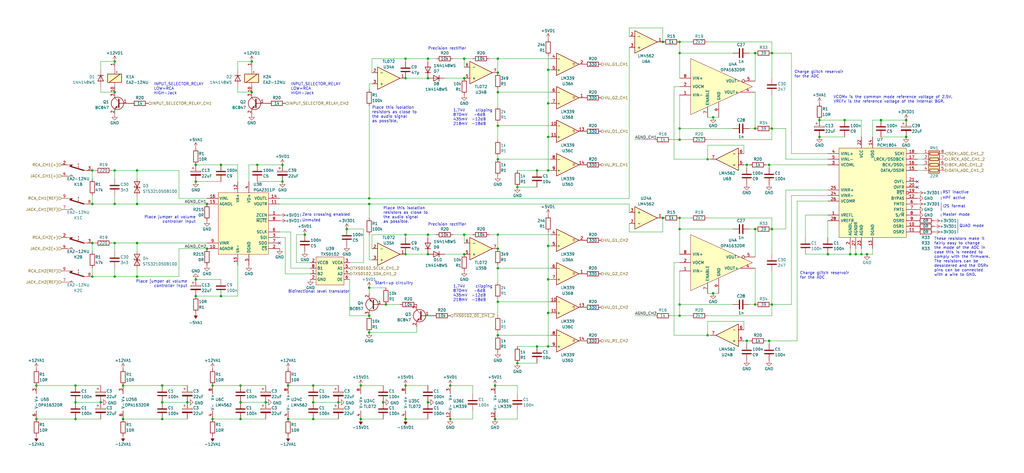
<source format=kicad_sch>
(kicad_sch (version 20230121) (generator eeschema)
  (paper "User" 464.998 215.011)
  (title_block (title "AUDIO-DSP_MAIN_BOARD") (date "2023-06-06") (rev "R01"))
  (junction (at 173.99 182.88))
  (junction (at 204.47 175.26))
  (junction (at 210.82 115.57))
  (junction (at 167.64 92.71))
  (junction (at 184.15 175.26))
  (junction (at 323.85 53.34))
  (junction (at 184.15 106.68))
  (junction (at 34.29 182.88))
  (junction (at 349.25 74.93))
  (junction (at 194.31 115.57))
  (junction (at 120.65 182.88))
  (junction (at 248.92 31.75))
  (junction (at 96.52 190.5))
  (junction (at 342.9 104.14))
  (junction (at 248.92 127))
  (junction (at 41.91 92.71))
  (junction (at 243.84 77.47))
  (junction (at 142.24 190.5))
  (junction (at 153.67 182.88))
  (junction (at 128.27 82.55))
  (junction (at 372.11 54.61))
  (junction (at 62.23 92.71))
  (junction (at 114.3 27.94))
  (junction (at 300.99 19.05))
  (junction (at 226.06 137.16))
  (junction (at 400.05 54.61))
  (junction (at 114.3 41.91))
  (junction (at 88.9 127))
  (junction (at 62.23 125.73))
  (junction (at 321.31 72.39))
  (junction (at 308.61 24.13))
  (junction (at 342.9 138.43))
  (junction (at 157.48 104.14))
  (junction (at 321.31 152.4))
  (junction (at 308.61 138.43))
  (junction (at 226.06 106.68))
  (junction (at 52.07 110.49))
  (junction (at 234.95 165.1))
  (junction (at 138.43 106.68))
  (junction (at 349.25 154.94))
  (junction (at 393.7 115.57))
  (junction (at 163.83 175.26))
  (junction (at 41.91 77.47))
  (junction (at 52.07 27.94))
  (junction (at 88.9 74.93))
  (junction (at 194.31 182.88))
  (junction (at 248.92 62.23))
  (junction (at 226.06 26.67))
  (junction (at 85.09 182.88))
  (junction (at 226.06 57.15))
  (junction (at 224.79 175.26))
  (junction (at 184.15 190.5))
  (junction (at 52.07 125.73))
  (junction (at 226.06 121.92))
  (junction (at 109.22 182.88))
  (junction (at 73.66 190.5))
  (junction (at 184.15 35.56))
  (junction (at 100.33 74.93))
  (junction (at 34.29 190.5))
  (junction (at 163.83 190.5))
  (junction (at 167.64 90.17))
  (junction (at 88.9 82.55))
  (junction (at 130.81 175.26))
  (junction (at 308.61 63.5))
  (junction (at 100.33 134.62))
  (junction (at 175.26 138.43))
  (junction (at 73.66 182.88))
  (junction (at 224.79 190.5))
  (junction (at 391.16 115.57))
  (junction (at 308.61 104.14))
  (junction (at 411.48 54.61))
  (junction (at 184.15 26.67))
  (junction (at 16.51 175.26))
  (junction (at 109.22 190.5))
  (junction (at 62.23 77.47))
  (junction (at 226.06 33.02))
  (junction (at 308.61 143.51))
  (junction (at 248.92 157.48))
  (junction (at 167.64 151.13))
  (junction (at 194.31 106.68))
  (junction (at 234.95 85.09))
  (junction (at 342.9 58.42))
  (junction (at 116.84 74.93))
  (junction (at 388.62 115.57))
  (junction (at 62.23 110.49))
  (junction (at 350.52 138.43))
  (junction (at 411.48 62.23))
  (junction (at 243.84 157.48))
  (junction (at 142.24 182.88))
  (junction (at 16.51 190.5))
  (junction (at 308.61 19.05))
  (junction (at 323.85 133.35))
  (junction (at 52.07 41.91))
  (junction (at 142.24 175.26))
  (junction (at 93.98 113.03))
  (junction (at 248.92 46.99))
  (junction (at 88.9 134.62))
  (junction (at 109.22 175.26))
  (junction (at 350.52 58.42))
  (junction (at 184.15 115.57))
  (junction (at 226.06 113.03))
  (junction (at 128.27 74.93))
  (junction (at 372.11 62.23))
  (junction (at 93.98 92.71))
  (junction (at 210.82 26.67))
  (junction (at 194.31 35.56))
  (junction (at 226.06 72.39))
  (junction (at 194.31 26.67))
  (junction (at 248.92 111.76))
  (junction (at 55.88 190.5))
  (junction (at 52.07 92.71))
  (junction (at 383.54 54.61))
  (junction (at 339.09 154.94))
  (junction (at 210.82 35.56))
  (junction (at 300.99 99.06))
  (junction (at 375.92 115.57))
  (junction (at 73.66 175.26))
  (junction (at 204.47 190.5))
  (junction (at 167.64 143.51))
  (junction (at 130.81 190.5))
  (junction (at 308.61 58.42))
  (junction (at 386.08 115.57))
  (junction (at 226.06 41.91))
  (junction (at 96.52 175.26))
  (junction (at 308.61 99.06))
  (junction (at 248.92 77.47))
  (junction (at 342.9 24.13))
  (junction (at 45.72 182.88))
  (junction (at 55.88 175.26))
  (junction (at 339.09 74.93))
  (junction (at 52.07 77.47))
  (junction (at 226.06 152.4))
  (junction (at 167.64 130.81))
  (junction (at 210.82 106.68))
  (junction (at 350.52 24.13))
  (junction (at 34.29 175.26))
  (junction (at 350.52 104.14))
  (junction (at 248.92 142.24))
  (junction (at 41.91 125.73))
  (junction (at 41.91 110.49))
  (no_connect (at 416.56 85.09))
  (no_connect (at 127 110.49))
  (no_connect (at 416.56 82.55))
  (wire (pts (xy 416.56 74.93) (xy 419.1 74.93)))
  (wire (pts (xy 248.92 46.99) (xy 248.92 62.23)))
  (wire (pts (xy 288.29 63.5) (xy 297.18 63.5)))
  (wire (pts (xy 81.28 113.03) (xy 81.28 125.73)))
  (wire (pts (xy 210.82 106.68) (xy 214.63 106.68)))
  (wire (pts (xy 52.07 77.47) (xy 52.07 81.28)))
  (wire (pts (xy 349.25 74.93) (xy 349.25 76.2)))
  (wire (pts (xy 248.92 157.48) (xy 250.19 157.48)))
  (wire (pts (xy 342.9 24.13) (xy 342.9 36.83)))
  (wire (pts (xy 165.1 119.38) (xy 158.75 119.38)))
  (wire (pts (xy 167.64 92.71) (xy 285.75 92.71)))
  (wire (pts (xy 175.26 138.43) (xy 181.61 138.43)))
  (wire (pts (xy 359.41 24.13) (xy 359.41 69.85)))
  (polyline (pts (xy 434.975 99.695) (xy 434.975 106.045)))
  (wire (pts (xy 226.06 55.88) (xy 226.06 57.15)))
  (wire (pts (xy 194.31 26.67) (xy 194.31 27.94)))
  (wire (pts (xy 250.19 72.39) (xy 226.06 72.39)))
  (wire (pts (xy 184.15 115.57) (xy 194.31 115.57)))
  (wire (pts (xy 134.62 119.38) (xy 140.97 119.38)))
  (wire (pts (xy 321.31 146.05) (xy 337.82 146.05)))
  (wire (pts (xy 285.75 12.7) (xy 300.99 12.7)))
  (wire (pts (xy 234.95 165.1) (xy 243.84 165.1)))
  (wire (pts (xy 41.91 77.47) (xy 41.91 81.28)))
  (wire (pts (xy 184.15 35.56) (xy 194.31 35.56)))
  (wire (pts (xy 388.62 113.03) (xy 388.62 115.57)))
  (wire (pts (xy 393.7 115.57) (xy 396.24 115.57)))
  (wire (pts (xy 340.36 138.43) (xy 342.9 138.43)))
  (wire (pts (xy 337.82 154.94) (xy 339.09 154.94)))
  (wire (pts (xy 349.25 154.94) (xy 349.25 156.21)))
  (wire (pts (xy 332.74 58.42) (xy 308.61 58.42)))
  (wire (pts (xy 62.23 77.47) (xy 81.28 77.47)))
  (wire (pts (xy 350.52 104.14) (xy 356.87 104.14)))
  (wire (pts (xy 308.61 104.14) (xy 308.61 115.57)))
  (wire (pts (xy 243.84 77.47) (xy 234.95 77.47)))
  (wire (pts (xy 304.8 143.51) (xy 308.61 143.51)))
  (wire (pts (xy 391.16 54.61) (xy 391.16 62.23)))
  (wire (pts (xy 158.75 127) (xy 158.75 143.51)))
  (wire (pts (xy 243.84 157.48) (xy 248.92 157.48)))
  (wire (pts (xy 184.15 26.67) (xy 194.31 26.67)))
  (wire (pts (xy 365.76 107.95) (xy 365.76 97.79)))
  (wire (pts (xy 204.47 190.5) (xy 214.63 190.5)))
  (wire (pts (xy 349.25 74.93) (xy 375.92 74.93)))
  (wire (pts (xy 332.74 138.43) (xy 308.61 138.43)))
  (wire (pts (xy 375.92 86.36) (xy 356.87 86.36)))
  (wire (pts (xy 250.19 57.15) (xy 226.06 57.15)))
  (wire (pts (xy 127 90.17) (xy 167.64 90.17)))
  (wire (pts (xy 214.63 179.07) (xy 214.63 175.26)))
  (wire (pts (xy 43.18 77.47) (xy 41.91 77.47)))
  (wire (pts (xy 339.09 154.94) (xy 339.09 156.21)))
  (polyline (pts (xy 427.355 86.995) (xy 427.355 88.265)))
  (wire (pts (xy 321.31 152.4) (xy 321.31 146.05)))
  (wire (pts (xy 350.52 58.42) (xy 356.87 58.42)))
  (wire (pts (xy 250.19 111.76) (xy 248.92 111.76)))
  (wire (pts (xy 214.63 175.26) (xy 204.47 175.26)))
  (wire (pts (xy 129.54 107.95) (xy 129.54 124.46)))
  (wire (pts (xy 158.75 143.51) (xy 167.64 143.51)))
  (wire (pts (xy 349.25 154.94) (xy 361.95 154.94)))
  (wire (pts (xy 41.91 88.9) (xy 41.91 92.71)))
  (wire (pts (xy 359.41 88.9) (xy 359.41 138.43)))
  (wire (pts (xy 285.75 105.41) (xy 285.75 101.6)))
  (wire (pts (xy 234.95 179.07) (xy 234.95 175.26)))
  (wire (pts (xy 73.66 190.5) (xy 85.09 190.5)))
  (wire (pts (xy 250.19 127) (xy 248.92 127)))
  (wire (pts (xy 52.07 92.71) (xy 62.23 92.71)))
  (wire (pts (xy 41.91 110.49) (xy 41.91 114.3)))
  (wire (pts (xy 127 105.41) (xy 132.08 105.41)))
  (polyline (pts (xy 427.355 97.155) (xy 427.355 98.425)))
  (wire (pts (xy 167.64 92.71) (xy 167.64 99.06)))
  (wire (pts (xy 321.31 63.5) (xy 350.52 63.5)))
  (wire (pts (xy 52.07 125.73) (xy 52.07 121.92)))
  (wire (pts (xy 41.91 92.71) (xy 52.07 92.71)))
  (wire (pts (xy 55.88 175.26) (xy 73.66 175.26)))
  (wire (pts (xy 342.9 58.42) (xy 342.9 41.91)))
  (wire (pts (xy 306.07 152.4) (xy 321.31 152.4)))
  (wire (pts (xy 321.31 143.51) (xy 350.52 143.51)))
  (wire (pts (xy 342.9 104.14) (xy 342.9 116.84)))
  (wire (pts (xy 109.22 175.26) (xy 120.65 175.26)))
  (wire (pts (xy 250.19 46.99) (xy 248.92 46.99)))
  (wire (pts (xy 226.06 135.89) (xy 226.06 137.16)))
  (wire (pts (xy 62.23 121.92) (xy 62.23 125.73)))
  (wire (pts (xy 250.19 106.68) (xy 226.06 106.68)))
  (wire (pts (xy 337.82 74.93) (xy 339.09 74.93)))
  (wire (pts (xy 210.82 26.67) (xy 214.63 26.67)))
  (wire (pts (xy 411.48 62.23) (xy 400.05 62.23)))
  (wire (pts (xy 234.95 175.26) (xy 224.79 175.26)))
  (wire (pts (xy 222.25 26.67) (xy 226.06 26.67)))
  (wire (pts (xy 321.31 53.34) (xy 323.85 53.34)))
  (wire (pts (xy 337.82 66.04) (xy 337.82 69.85)))
  (wire (pts (xy 167.64 48.26) (xy 167.64 90.17)))
  (wire (pts (xy 321.31 72.39) (xy 321.31 66.04)))
  (wire (pts (xy 308.61 58.42) (xy 308.61 63.5)))
  (wire (pts (xy 16.51 190.5) (xy 34.29 190.5)))
  (wire (pts (xy 62.23 77.47) (xy 62.23 81.28)))
  (wire (pts (xy 226.06 106.68) (xy 226.06 113.03)))
  (wire (pts (xy 167.64 38.1) (xy 168.91 38.1)))
  (wire (pts (xy 391.16 113.03) (xy 391.16 115.57)))
  (wire (pts (xy 250.19 41.91) (xy 226.06 41.91)))
  (wire (pts (xy 168.91 26.67) (xy 184.15 26.67)))
  (wire (pts (xy 248.92 62.23) (xy 248.92 77.47)))
  (wire (pts (xy 226.06 120.65) (xy 226.06 121.92)))
  (wire (pts (xy 41.91 121.92) (xy 41.91 125.73)))
  (wire (pts (xy 243.84 77.47) (xy 248.92 77.47)))
  (wire (pts (xy 321.31 19.05) (xy 350.52 19.05)))
  (wire (pts (xy 350.52 104.14) (xy 350.52 115.57)))
  (wire (pts (xy 41.91 125.73) (xy 52.07 125.73)))
  (wire (pts (xy 52.07 92.71) (xy 52.07 88.9)))
  (wire (pts (xy 222.25 106.68) (xy 226.06 106.68)))
  (wire (pts (xy 62.23 92.71) (xy 93.98 92.71)))
  (wire (pts (xy 375.92 88.9) (xy 359.41 88.9)))
  (wire (pts (xy 167.64 118.11) (xy 168.91 118.11)))
  (wire (pts (xy 339.09 154.94) (xy 340.36 154.94)))
  (wire (pts (xy 248.92 127) (xy 248.92 142.24)))
  (wire (pts (xy 189.23 151.13) (xy 189.23 148.59)))
  (wire (pts (xy 356.87 86.36) (xy 356.87 104.14)))
  (wire (pts (xy 81.28 125.73) (xy 62.23 125.73)))
  (wire (pts (xy 88.9 134.62) (xy 100.33 134.62)))
  (wire (pts (xy 52.07 27.94) (xy 45.72 27.94)))
  (wire (pts (xy 350.52 63.5) (xy 350.52 58.42)))
  (wire (pts (xy 113.03 74.93) (xy 113.03 82.55)))
  (wire (pts (xy 167.64 130.81) (xy 167.64 133.35)))
  (wire (pts (xy 194.31 106.68) (xy 194.31 107.95)))
  (wire (pts (xy 321.31 99.06) (xy 350.52 99.06)))
  (wire (pts (xy 142.24 175.26) (xy 153.67 175.26)))
  (wire (pts (xy 224.79 190.5) (xy 234.95 190.5)))
  (wire (pts (xy 214.63 186.69) (xy 214.63 190.5)))
  (wire (pts (xy 100.33 74.93) (xy 107.95 74.93)))
  (wire (pts (xy 308.61 39.37) (xy 306.07 39.37)))
  (wire (pts (xy 250.19 31.75) (xy 248.92 31.75)))
  (wire (pts (xy 130.81 175.26) (xy 142.24 175.26)))
  (wire (pts (xy 400.05 54.61) (xy 396.24 54.61)))
  (wire (pts (xy 201.93 115.57) (xy 210.82 115.57)))
  (wire (pts (xy 356.87 72.39) (xy 356.87 58.42)))
  (wire (pts (xy 313.69 143.51) (xy 308.61 143.51)))
  (wire (pts (xy 52.07 125.73) (xy 62.23 125.73)))
  (wire (pts (xy 73.66 175.26) (xy 85.09 175.26)))
  (wire (pts (xy 128.27 74.93) (xy 116.84 74.93)))
  (wire (pts (xy 81.28 90.17) (xy 93.98 90.17)))
  (wire (pts (xy 184.15 26.67) (xy 184.15 27.94)))
  (wire (pts (xy 226.06 26.67) (xy 226.06 33.02)))
  (wire (pts (xy 130.81 190.5) (xy 142.24 190.5)))
  (wire (pts (xy 184.15 190.5) (xy 194.31 190.5)))
  (wire (pts (xy 52.07 77.47) (xy 62.23 77.47)))
  (wire (pts (xy 248.92 77.47) (xy 250.19 77.47)))
  (wire (pts (xy 184.15 175.26) (xy 194.31 175.26)))
  (wire (pts (xy 127 107.95) (xy 129.54 107.95)))
  (wire (pts (xy 194.31 26.67) (xy 198.12 26.67)))
  (wire (pts (xy 304.8 63.5) (xy 308.61 63.5)))
  (wire (pts (xy 157.48 104.14) (xy 165.1 104.14)))
  (wire (pts (xy 350.52 24.13) (xy 350.52 35.56)))
  (wire (pts (xy 285.75 12.7) (xy 285.75 16.51)))
  (wire (pts (xy 308.61 19.05) (xy 313.69 19.05)))
  (wire (pts (xy 308.61 119.38) (xy 306.07 119.38)))
  (wire (pts (xy 167.64 90.17) (xy 285.75 90.17)))
  (wire (pts (xy 285.75 92.71) (xy 285.75 96.52)))
  (wire (pts (xy 306.07 119.38) (xy 306.07 152.4)))
  (wire (pts (xy 128.27 82.55) (xy 116.84 82.55)))
  (wire (pts (xy 134.62 106.68) (xy 138.43 106.68)))
  (wire (pts (xy 73.66 182.88) (xy 85.09 182.88)))
  (wire (pts (xy 372.11 54.61) (xy 383.54 54.61)))
  (wire (pts (xy 226.06 71.12) (xy 226.06 72.39)))
  (wire (pts (xy 340.36 104.14) (xy 342.9 104.14)))
  (wire (pts (xy 210.82 26.67) (xy 210.82 30.48)))
  (wire (pts (xy 386.08 113.03) (xy 386.08 115.57)))
  (polyline (pts (xy 136.525 99.695) (xy 136.525 100.965)))
  (wire (pts (xy 100.33 134.62) (xy 107.95 134.62)))
  (polyline (pts (xy 427.355 92.075) (xy 427.355 95.885)))
  (wire (pts (xy 234.95 85.09) (xy 243.84 85.09)))
  (wire (pts (xy 375.92 107.95) (xy 375.92 100.33)))
  (wire (pts (xy 88.9 127) (xy 100.33 127)))
  (wire (pts (xy 386.08 115.57) (xy 388.62 115.57)))
  (wire (pts (xy 234.95 186.69) (xy 234.95 190.5)))
  (wire (pts (xy 339.09 74.93) (xy 339.09 76.2)))
  (wire (pts (xy 165.1 104.14) (xy 165.1 119.38)))
  (wire (pts (xy 361.95 154.94) (xy 361.95 91.44)))
  (polyline (pts (xy 427.355 89.535) (xy 427.355 90.805)))
  (wire (pts (xy 226.06 41.91) (xy 226.06 48.26)))
  (wire (pts (xy 416.56 77.47) (xy 419.1 77.47)))
  (wire (pts (xy 350.52 123.19) (xy 350.52 138.43)))
  (wire (pts (xy 306.07 39.37) (xy 306.07 72.39)))
  (wire (pts (xy 308.61 19.05) (xy 308.61 24.13)))
  (wire (pts (xy 365.76 115.57) (xy 375.92 115.57)))
  (wire (pts (xy 250.19 137.16) (xy 226.06 137.16)))
  (wire (pts (xy 396.24 54.61) (xy 396.24 62.23)))
  (wire (pts (xy 250.19 26.67) (xy 226.06 26.67)))
  (wire (pts (xy 388.62 115.57) (xy 391.16 115.57)))
  (wire (pts (xy 62.23 110.49) (xy 93.98 110.49)))
  (wire (pts (xy 391.16 115.57) (xy 393.7 115.57)))
  (wire (pts (xy 163.83 175.26) (xy 173.99 175.26)))
  (wire (pts (xy 340.36 58.42) (xy 342.9 58.42)))
  (wire (pts (xy 163.83 190.5) (xy 173.99 190.5)))
  (wire (pts (xy 45.72 39.37) (xy 45.72 41.91)))
  (wire (pts (xy 250.19 152.4) (xy 226.06 152.4)))
  (wire (pts (xy 308.61 24.13) (xy 308.61 35.56)))
  (wire (pts (xy 107.95 41.91) (xy 114.3 41.91)))
  (wire (pts (xy 107.95 39.37) (xy 107.95 41.91)))
  (wire (pts (xy 109.22 190.5) (xy 120.65 190.5)))
  (wire (pts (xy 321.31 66.04) (xy 337.82 66.04)))
  (wire (pts (xy 375.92 69.85) (xy 359.41 69.85)))
  (wire (pts (xy 416.56 69.85) (xy 419.1 69.85)))
  (polyline (pts (xy 136.525 97.155) (xy 136.525 98.425)))
  (wire (pts (xy 62.23 88.9) (xy 62.23 92.71)))
  (wire (pts (xy 34.29 182.88) (xy 45.72 182.88)))
  (wire (pts (xy 306.07 72.39) (xy 321.31 72.39)))
  (wire (pts (xy 350.52 24.13) (xy 359.41 24.13)))
  (wire (pts (xy 96.52 190.5) (xy 109.22 190.5)))
  (wire (pts (xy 350.52 19.05) (xy 350.52 24.13)))
  (wire (pts (xy 142.24 190.5) (xy 153.67 190.5)))
  (wire (pts (xy 140.97 121.92) (xy 132.08 121.92)))
  (wire (pts (xy 248.92 111.76) (xy 248.92 127)))
  (wire (pts (xy 132.08 105.41) (xy 132.08 121.92)))
  (wire (pts (xy 168.91 113.03) (xy 168.91 106.68)))
  (wire (pts (xy 50.8 110.49) (xy 52.07 110.49)))
  (wire (pts (xy 34.29 175.26) (xy 45.72 175.26)))
  (wire (pts (xy 308.61 99.06) (xy 308.61 104.14)))
  (wire (pts (xy 350.52 43.18) (xy 350.52 58.42)))
  (wire (pts (xy 250.19 121.92) (xy 226.06 121.92)))
  (wire (pts (xy 321.31 133.35) (xy 323.85 133.35)))
  (wire (pts (xy 285.75 105.41) (xy 300.99 105.41)))
  (wire (pts (xy 300.99 12.7) (xy 300.99 19.05)))
  (wire (pts (xy 361.95 91.44) (xy 375.92 91.44)))
  (wire (pts (xy 365.76 97.79) (xy 375.92 97.79)))
  (wire (pts (xy 194.31 106.68) (xy 198.12 106.68)))
  (wire (pts (xy 288.29 143.51) (xy 297.18 143.51)))
  (wire (pts (xy 45.72 27.94) (xy 45.72 31.75)))
  (wire (pts (xy 168.91 33.02) (xy 168.91 26.67)))
  (wire (pts (xy 339.09 74.93) (xy 340.36 74.93)))
  (wire (pts (xy 62.23 110.49) (xy 62.23 114.3)))
  (wire (pts (xy 248.92 142.24) (xy 248.92 157.48)))
  (wire (pts (xy 167.64 38.1) (xy 167.64 40.64)))
  (wire (pts (xy 323.85 53.34) (xy 326.39 53.34)))
  (wire (pts (xy 184.15 106.68) (xy 184.15 107.95)))
  (wire (pts (xy 210.82 106.68) (xy 210.82 110.49)))
  (wire (pts (xy 100.33 82.55) (xy 88.9 82.55)))
  (wire (pts (xy 226.06 137.16) (xy 226.06 143.51)))
  (wire (pts (xy 96.52 175.26) (xy 109.22 175.26)))
  (wire (pts (xy 142.24 182.88) (xy 153.67 182.88)))
  (wire (pts (xy 205.74 106.68) (xy 210.82 106.68)))
  (wire (pts (xy 383.54 62.23) (xy 372.11 62.23)))
  (wire (pts (xy 134.62 106.68) (xy 134.62 119.38)))
  (wire (pts (xy 50.8 77.47) (xy 52.07 77.47)))
  (wire (pts (xy 386.08 115.57) (xy 375.92 115.57)))
  (wire (pts (xy 226.06 57.15) (xy 226.06 63.5)))
  (wire (pts (xy 308.61 104.14) (xy 332.74 104.14)))
  (wire (pts (xy 109.22 182.88) (xy 120.65 182.88)))
  (wire (pts (xy 243.84 157.48) (xy 234.95 157.48)))
  (wire (pts (xy 350.52 138.43) (xy 359.41 138.43)))
  (wire (pts (xy 350.52 143.51) (xy 350.52 138.43)))
  (wire (pts (xy 342.9 138.43) (xy 342.9 121.92)))
  (wire (pts (xy 16.51 175.26) (xy 34.29 175.26)))
  (wire (pts (xy 250.19 142.24) (xy 248.92 142.24)))
  (wire (pts (xy 226.06 40.64) (xy 226.06 41.91)))
  (wire (pts (xy 167.64 151.13) (xy 189.23 151.13)))
  (wire (pts (xy 107.95 27.94) (xy 107.95 31.75)))
  (wire (pts (xy 248.92 25.4) (xy 248.92 31.75)))
  (wire (pts (xy 45.72 41.91) (xy 52.07 41.91)))
  (wire (pts (xy 308.61 24.13) (xy 332.74 24.13)))
  (wire (pts (xy 88.9 74.93) (xy 100.33 74.93)))
  (wire (pts (xy 205.74 26.67) (xy 210.82 26.67)))
  (wire (pts (xy 175.26 130.81) (xy 167.64 130.81)))
  (wire (pts (xy 347.98 154.94) (xy 349.25 154.94)))
  (wire (pts (xy 167.64 106.68) (xy 167.64 118.11)))
  (wire (pts (xy 308.61 138.43) (xy 308.61 143.51)))
  (wire (pts (xy 116.84 74.93) (xy 113.03 74.93)))
  (wire (pts (xy 383.54 54.61) (xy 391.16 54.61)))
  (wire (pts (xy 285.75 21.59) (xy 285.75 90.17)))
  (wire (pts (xy 321.31 152.4) (xy 322.58 152.4)))
  (wire (pts (xy 52.07 110.49) (xy 62.23 110.49)))
  (wire (pts (xy 308.61 99.06) (xy 313.69 99.06)))
  (wire (pts (xy 323.85 133.35) (xy 326.39 133.35)))
  (wire (pts (xy 55.88 190.5) (xy 73.66 190.5)))
  (wire (pts (xy 81.28 113.03) (xy 93.98 113.03)))
  (wire (pts (xy 184.15 106.68) (xy 194.31 106.68)))
  (wire (pts (xy 356.87 72.39) (xy 375.92 72.39)))
  (wire (pts (xy 313.69 63.5) (xy 308.61 63.5)))
  (wire (pts (xy 416.56 72.39) (xy 419.1 72.39)))
  (wire (pts (xy 300.99 105.41) (xy 300.99 99.06)))
  (wire (pts (xy 340.36 24.13) (xy 342.9 24.13)))
  (wire (pts (xy 250.19 62.23) (xy 248.92 62.23)))
  (wire (pts (xy 226.06 121.92) (xy 226.06 128.27)))
  (wire (pts (xy 52.07 110.49) (xy 52.07 114.3)))
  (wire (pts (xy 127 92.71) (xy 167.64 92.71)))
  (wire (pts (xy 201.93 35.56) (xy 210.82 35.56)))
  (wire (pts (xy 308.61 43.18) (xy 308.61 58.42)))
  (wire (pts (xy 350.52 99.06) (xy 350.52 104.14)))
  (wire (pts (xy 226.06 151.13) (xy 226.06 152.4)))
  (wire (pts (xy 107.95 120.65) (xy 107.95 134.62)))
  (wire (pts (xy 168.91 106.68) (xy 184.15 106.68)))
  (wire (pts (xy 248.92 31.75) (xy 248.92 46.99)))
  (wire (pts (xy 321.31 72.39) (xy 322.58 72.39)))
  (wire (pts (xy 396.24 113.03) (xy 396.24 115.57)))
  (wire (pts (xy 337.82 146.05) (xy 337.82 149.86)))
  (wire (pts (xy 43.18 110.49) (xy 41.91 110.49)))
  (wire (pts (xy 347.98 74.93) (xy 349.25 74.93)))
  (wire (pts (xy 411.48 54.61) (xy 400.05 54.61)))
  (wire (pts (xy 81.28 77.47) (xy 81.28 90.17)))
  (wire (pts (xy 248.92 105.41) (xy 248.92 111.76)))
  (wire (pts (xy 34.29 190.5) (xy 45.72 190.5)))
  (wire (pts (xy 140.97 124.46) (xy 129.54 124.46)))
  (wire (pts (xy 308.61 123.19) (xy 308.61 138.43)))
  (wire (pts (xy 107.95 74.93) (xy 107.95 82.55)))
  (wire (pts (xy 114.3 27.94) (xy 107.95 27.94)))
  (text "QUAD mode" (at 435.61 103.505 0) (effects (font (size 1.27 1.27)) (justify left bottom)))
  (text "Precision rectifier" (at 194.31 22.86 0) (effects (font (size 1.27 1.27)) (justify left bottom)))
  (text "Place jumper at volume\ncontroller input" (at 88.9 101.6 0) (effects (font (size 1.27 1.27)) (justify right bottom)))
  (text "Charge glitch reservoir\nfor the ADC" (at 360.68 35.56 0) (effects (font (size 1.27 1.27)) (justify left bottom)))
  (text "INPUT_SELECTOR_RELAY\nLOW=RCA\nHIGH-Jack" (at 132.08 43.18 0) (effects (font (size 1.27 1.27)) (justify left bottom)))
  (text "INPUT_SELECTOR_RELAY\nLOW=RCA\nHIGH-Jack" (at 69.85 43.18 0) (effects (font (size 1.27 1.27)) (justify left bottom)))
  (text "Place this isolation\nresistors as close to\nthe audio signal\nas possible." (at 173.99 101.6 0) (effects (font (size 1.27 1.27)) (justify left bottom)))
  (text "1.74V     clipping\n870mV   -6dB\n435mV  -12dB\n218mV  -18dB" (at 205.74 57.15 0) (effects (font (size 1.27 1.27)) (justify left bottom)))
  (text "These resistors make it\nfairly easy to change\nthe mode of the ADC in\ncase this is needed to\ncomply with the firmware.\nThe resistors can be\ndesoldered and the OSRx\npins can be connected\nwith a wire to GND." (at 424.18 125.73 0) (effects (font (size 1.27 1.27)) (justify left bottom)))
  (text "Place jumper at volume\ncontroller input" (at 85.09 130.81 0) (effects (font (size 1.27 1.27)) (justify right bottom)))
  (text "Unmuted" (at 137.16 100.965 0) (effects (font (size 1.27 1.27)) (justify left bottom)))
  (text "Zero crossing enabled" (at 137.16 98.425 0) (effects (font (size 1.27 1.27)) (justify left bottom)))
  (text "Bidirectional level translator" (at 130.81 133.35 0) (effects (font (size 1.27 1.27)) (justify left bottom)))
  (text "Precision rectifier" (at 194.31 102.87 0) (effects (font (size 1.27 1.27)) (justify left bottom)))
  (text "HPF active" (at 427.99 90.805 0) (effects (font (size 1.27 1.27)) (justify left bottom)))
  (text "VCOMx is the common mode reference voltage of 2.5V.\nVREFx is the reference voltage of the internal BGR." (at 378.46 46.99 0) (effects (font (size 1.27 1.27)) (justify left bottom)))
  (text "Charge glitch reservoir\nfor the ADC" (at 363.22 127 0) (effects (font (size 1.27 1.27)) (justify left bottom)))
  (text "Start-up circuitry" (at 170.18 129.54 0) (effects (font (size 1.27 1.27)) (justify left bottom)))
  (text "Place this isolation\nresistors as close to\nthe audio signal\nas possible." (at 168.91 55.88 0) (effects (font (size 1.27 1.27)) (justify left bottom)))
  (text "RST inactive" (at 427.99 88.265 0) (effects (font (size 1.27 1.27)) (justify left bottom)))
  (text "I2S format" (at 427.99 94.615 0) (effects (font (size 1.27 1.27)) (justify left bottom)))
  (text "Master mode" (at 427.99 98.425 0) (effects (font (size 1.27 1.27)) (justify left bottom)))
  (text "1.74V     clipping\n870mV   -6dB\n435mV  -12dB\n218mV  -18dB" (at 205.74 137.16 0) (effects (font (size 1.27 1.27)) (justify left bottom)))
  (label "AGND_CH1" (at 288.29 63.5 0))
  (label "AGND_CH2" (at 288.29 143.51 0))
  (label "AGND_CH1" (at 83.82 92.71 0))
  (label "AGND_CH2" (at 83.82 113.03 0))
  (hierarchical_label "VU_R1_CH1" (shape output) (at 273.05 74.93 0))
  (hierarchical_label "RCA_CH2(REF)" (shape input) (at 27.94 123.19 180))
  (hierarchical_label "JACK_CH1(REF)" (shape input) (at 27.94 95.25 180))
  (hierarchical_label "JACK_CH2(+)" (shape input) (at 27.94 113.03 180))
  (hierarchical_label "VU_G2_CH1" (shape output) (at 273.05 44.45 0))
  (hierarchical_label "DATA_ADC_CH1_2" (shape output) (at 429.26 77.47 0))
  (hierarchical_label "JACK_CH1(+)" (shape input) (at 27.94 80.01 180))
  (hierarchical_label "BCK_ADC_CH1_2" (shape output) (at 429.26 74.93 0))
  (hierarchical_label "RCA_CH2(+)" (shape input) (at 27.94 107.95 180))
  (hierarchical_label "JACK_CH2(REF)" (shape input) (at 27.94 128.27 180))
  (hierarchical_label "TXS0102_SDA_CH1_2" (shape bidirectional) (at 158.75 124.46 0))
  (hierarchical_label "INPUT_SELECTOR_RELAY_CH1" (shape input) (at 67.31 46.99 0))
  (hierarchical_label "INPUT_SELECTOR_RELAY_CH2" (shape input) (at 129.54 46.99 0))
  (hierarchical_label "VU_R1_CH2" (shape output) (at 273.05 154.94 0))
  (hierarchical_label "~{TXS0102_OE_CH1_2}" (shape input) (at 204.47 143.51 0))
  (hierarchical_label "RCA_CH1(+)" (shape input) (at 27.94 74.93 180))
  (hierarchical_label "VU_O1_CH2" (shape output) (at 273.05 139.7 0))
  (hierarchical_label "LRCK_ADC_CH1_2" (shape output) (at 429.26 72.39 0))
  (hierarchical_label "VU_G2_CH2" (shape output) (at 273.05 124.46 0))
  (hierarchical_label "VU_G1_CH1" (shape output) (at 273.05 29.21 0))
  (hierarchical_label "TXS0102_SCLK_CH1_2" (shape input) (at 158.75 121.92 0))
  (hierarchical_label "VU_O1_CH1" (shape output) (at 273.05 59.69 0))
  (hierarchical_label "VU_G1_CH2" (shape output) (at 273.05 109.22 0))
  (hierarchical_label "RCA_CH1(REF)" (shape input) (at 27.94 90.17 180))
  (hierarchical_label "SCKI_ADC_CH1_2" (shape input) (at 429.26 69.85 0))
  (symbol (lib_id "Audio-DSP:+12VA1") (at 96.52 167.64 0) (unit 1) (in_bom no) (on_board no)
    (property "Reference" "#PWR050" (effects hide))
    (property "Value" "+12VA1" (at 96.52 163.83 0))
    (instances (project "Main board" (path "" (reference "#PWR050") (unit 1)) (path "" (reference "#PWR054") (unit 1))))
  )
  (symbol (lib_id "Device:R") (at 226.06 116.84 0) (mirror x) (unit 1)
    (property "Reference" "R1" (at 227.33 118.11 0) (effects (justify left)))
    (property "Value" "3k9" (at 227.33 115.57 0) (effects (justify left)))
    (property "Footprint" "Resistor_SMD:R_0805_2012Metric" (effects hide))
    (property "Datasheet" "https://nl.mouser.com/ProductDetail/Bourns/CR0805-FX-3901ELF?qs=sGAEpiMZZMvdGkrng054t%252BRNGJdg958R%2FWTvjoxzCb0%3D" (effects hide))
    (instances (project "Main board" (path "" (reference "R1") (unit 1)) (path "" (reference "R151") (unit 1))))
  )
  (symbol (lib_id "power:GND") (at 52.07 52.07 0) (mirror y) (unit 1)
    (property "Reference" "#PWR0133" (effects hide))
    (property "Value" "GND" (at 52.07 55.88 0))
    (instances (project "Main board" (path "" (reference "#PWR0133") (unit 1)) (path "" (reference "#PWR0109") (unit 1))))
  )
  (symbol (lib_id "Device:R") (at 96.52 171.45 0) (unit 1)
    (property "Reference" "R1" (at 97.79 170.18 0) (effects (justify left)))
    (property "Value" "10R" (at 97.79 172.72 0) (effects (justify left)))
    (property "Footprint" "Resistor_SMD:R_0805_2012Metric" (effects hide))
    (property "Datasheet" "https://nl.mouser.com/ProductDetail/Kamaya/RMC1-10-100JTP?qs=sGAEpiMZZMvdGkrng054t%252BjmMOhbS7JJEw%2FLxpBrGXF090y2DlvDnQ%3D%3D" (effects hide))
    (instances (project "Main board" (path "" (reference "R1") (unit 1)) (path "" (reference "R38") (unit 1))))
  )
  (symbol (lib_id "Device:C") (at 34.29 186.69 0) (unit 1)
    (property "Reference" "C1" (at 36.83 185.42 0) (effects (justify left)))
    (property "Value" "100n" (at 36.83 187.96 0) (effects (justify left)))
    (property "Footprint" "Capacitor_SMD:C_0402_1005Metric" (effects hide))
    (property "Datasheet" "https://nl.mouser.com/ProductDetail/Murata-Electronics/GRM155R71H104KE14D?qs=2UZY3JfgLCy9gG9icKV9Yg%3D%3D" (effects hide))
    (instances (project "Main board" (path "" (reference "C1") (unit 1)) (path "" (reference "C32") (unit 1))))
  )
  (symbol (lib_id "Comparator:LM339") (at 257.81 59.69 0) (mirror x) (unit 3)
    (property "Reference" "U36" (at 257.81 68.58 0))
    (property "Value" "LM339" (at 257.81 66.04 0))
    (property "Footprint" "Package_SO:TSSOP-14_4.4x5mm_P0.65mm" (effects hide))
    (property "Datasheet" "https://nl.mouser.com/ProductDetail/Texas-Instruments/LM339PWR?qs=xJkDX%2FqrskPOxGrzLPW8oQ%3D%3D" (effects hide))
  )
  (symbol (lib_id "Audio-DSP:-12VA1") (at 55.88 198.12 180) (unit 1) (in_bom no) (on_board no)
    (property "Reference" "#PWR051" (effects hide))
    (property "Value" "-12VA1" (at 55.88 201.93 0))
    (instances (project "Main board" (path "" (reference "#PWR051") (unit 1)) (path "" (reference "#PWR082") (unit 1))))
  )
  (symbol (lib_id "Device:C") (at 109.22 186.69 0) (unit 1)
    (property "Reference" "C1" (at 111.76 185.42 0) (effects (justify left)))
    (property "Value" "100n" (at 111.76 187.96 0) (effects (justify left)))
    (property "Footprint" "Capacitor_SMD:C_0402_1005Metric" (effects hide))
    (instances (project "Main board" (path "" (reference "C1") (unit 1)) (path "" (reference "C37") (unit 1))))
  )
  (symbol (lib_id "Device:C") (at 350.52 39.37 0) (unit 1)
    (property "Reference" "C30" (at 353.06 38.1 0) (effects (justify left)))
    (property "Value" "2n7" (at 353.06 40.64 0) (effects (justify left)))
    (property "Footprint" "Capacitor_SMD:C_0805_2012Metric" (effects hide))
    (property "Datasheet" "https://nl.mouser.com/ProductDetail/Murata-Electronics/GCM2165C2A272JA16J?qs=sGAEpiMZZMvsSlwiRhF8qtKev7nvVKumNiG9rtoc1idzfUbtW96stw%3D%3D" (effects hide))
    (instances (project "Main board" (path "" (reference "C30") (unit 1)) (path "" (reference "C41") (unit 1))))
  )
  (symbol (lib_id "Device:R") (at 304.8 19.05 90) (unit 1)
    (property "Reference" "R15" (at 304.8 16.51 90))
    (property "Value" "1k" (at 304.8 19.05 90))
    (property "Footprint" "Resistor_SMD:R_0805_2012Metric" (effects hide))
    (property "Datasheet" "https://nl.mouser.com/ProductDetail/Panasonic/ERA-6ARW102V?qs=sGAEpiMZZMvdGkrng054t7Q%2FBjLwFmgi9xVIaqQ4tjI%3D" (effects hide))
    (instances (project "Main board" (path "" (reference "R15") (unit 1)) (path "" (reference "R37") (unit 1))))
  )
  (symbol (lib_id "Device:R") (at 346.71 104.14 90) (unit 1)
    (property "Reference" "R33" (at 346.71 101.6 90))
    (property "Value" "39" (at 346.71 104.14 90))
    (property "Footprint" "Resistor_SMD:R_0805_2012Metric" (effects hide))
    (property "Datasheet" "https://nl.mouser.com/ProductDetail/Panasonic/ERA-6AHD390V?qs=sGAEpiMZZMvdGkrng054t%252B2w5OgPkZzPSMe78p4YxGA%3D" (effects hide))
    (instances (project "Main board" (path "" (reference "R33") (unit 1)) (path "" (reference "R110") (unit 1))))
  )
  (symbol (lib_id "Transistor_BJT:BC857") (at 170.18 138.43 180) (unit 1)
    (property "Reference" "Q4" (at 165.1 137.795 0) (effects (justify left)))
    (property "Value" "BC857" (at 165.1 140.335 0) (effects (justify left)))
    (property "Footprint" "Package_TO_SOT_SMD:SOT-23" (effects hide))
    (property "Datasheet" "https://nl.mouser.com/ProductDetail/Micro-Commercial-Components-MCC/BC857B-TP?qs=SdqRYZZ9IxCYF9uJ91hYQg%3D%3D" (effects hide))
  )
  (symbol (lib_id "Audio-DSP:EA2-12NU") (at 52.07 35.56 0) (unit 1)
    (property "Reference" "K1" (at 57.15 34.925 0) (effects (justify left)))
    (property "Value" "EA2-12NU" (at 57.15 37.465 0) (effects (justify left)))
    (property "Footprint" "Audio-DSP:EA2-12NU" (effects hide))
    (property "Datasheet" "https://nl.mouser.com/ProductDetail/KEMET/EA2-12NU?qs=zPSbg0dgZogFbxep1x2N0A%3D%3D" (effects hide))
  )
  (symbol (lib_id "Device:C") (at 173.99 186.69 0) (unit 1)
    (property "Reference" "C1" (at 176.53 185.42 0) (effects (justify left)))
    (property "Value" "100n" (at 176.53 187.96 0) (effects (justify left)))
    (property "Footprint" "Capacitor_SMD:C_0402_1005Metric" (effects hide))
    (property "Datasheet" "https://nl.mouser.com/ProductDetail/Murata-Electronics/GRM155R71H104KE14D?qs=2UZY3JfgLCy9gG9icKV9Yg%3D%3D" (effects hide))
    (instances (project "Main board" (path "" (reference "C1") (unit 1)) (path "" (reference "C122") (unit 1))))
  )
  (symbol (lib_id "Audio-DSP:LM4562") (at 292.1 19.05 0) (mirror x) (unit 1)
    (property "Reference" "U6" (at 293.37 27.94 0))
    (property "Value" "LM4562" (at 293.37 25.4 0))
    (property "Footprint" "Package_SO:SOIC-8_3.9x4.9mm_P1.27mm" (effects hide))
    (property "Datasheet" "https://nl.farnell.com/texas-instruments/lm4562max-nopb/audio-amplifier-55mhz-20v-us-soic/dp/3004534?st=lm4562" (effects hide))
  )
  (symbol (lib_id "Device:C") (at 234.95 182.88 0) (unit 1)
    (property "Reference" "C1" (at 237.49 181.61 0) (effects (justify left)))
    (property "Value" "100n" (at 237.49 184.15 0) (effects (justify left)))
    (property "Footprint" "Capacitor_SMD:C_0402_1005Metric" (effects hide))
    (property "Datasheet" "https://nl.mouser.com/ProductDetail/Murata-Electronics/GRM155R71H104KE14D?qs=2UZY3JfgLCy9gG9icKV9Yg%3D%3D" (effects hide))
    (instances (project "Main board" (path "" (reference "C1") (unit 1)) (path "" (reference "C135") (unit 1))))
  )
  (symbol (lib_id "Device:R") (at 317.5 143.51 90) (unit 1)
    (property "Reference" "R20" (at 317.5 140.97 90))
    (property "Value" "2k7" (at 317.5 143.51 90))
    (property "Footprint" "Resistor_SMD:R_0805_2012Metric" (effects hide))
    (property "Datasheet" "https://nl.mouser.com/ProductDetail/Panasonic/ERA-6AED272V?qs=sGAEpiMZZMvdGkrng054t%252B2w5OgPkZzP%252BFNxMoTOAkY%3D" (effects hide))
    (instances (project "Main board" (path "" (reference "R20") (unit 1)) (path "" (reference "R109") (unit 1))))
  )
  (symbol (lib_id "Device:C") (at 73.66 179.07 0) (unit 1)
    (property "Reference" "C1" (at 76.2 177.8 0) (effects (justify left)))
    (property "Value" "100n" (at 76.2 180.34 0) (effects (justify left)))
    (property "Footprint" "Capacitor_SMD:C_0402_1005Metric" (effects hide))
    (property "Datasheet" "https://nl.mouser.com/ProductDetail/Murata-Electronics/GRM155R71H104KE14D?qs=2UZY3JfgLCy9gG9icKV9Yg%3D%3D" (effects hide))
    (instances (project "Main board" (path "" (reference "C1") (unit 1)) (path "" (reference "C100") (unit 1))))
  )
  (symbol (lib_id "Device:C") (at 116.84 78.74 0) (mirror x) (unit 1)
    (property "Reference" "C5" (at 119.38 80.01 0) (effects (justify left)))
    (property "Value" "100n" (at 119.38 77.47 0) (effects (justify left)))
    (property "Footprint" "Capacitor_SMD:C_0402_1005Metric" (effects hide))
    (property "Datasheet" "https://nl.mouser.com/ProductDetail/Murata-Electronics/GRM155R71H104KE14D?qs=2UZY3JfgLCy9gG9icKV9Yg%3D%3D" (effects hide))
    (instances (project "Main board" (path "" (reference "C5") (unit 1)) (path "" (reference "C127") (unit 1))))
  )
  (symbol (lib_id "Device:R") (at 248.92 21.59 180) (unit 1)
    (property "Reference" "R1" (at 247.65 22.86 0) (effects (justify left)))
    (property "Value" "24k" (at 247.65 20.32 0) (effects (justify left)))
    (property "Footprint" "Resistor_SMD:R_0805_2012Metric" (effects hide))
    (property "Datasheet" "https://nl.mouser.com/ProductDetail/YAGEO/RC0805JR-0724KL?qs=sGAEpiMZZMvdGkrng054txdMlaQGj9fixvNEN4DCZoA%3D" (effects hide))
    (instances (project "Main board" (path "" (reference "R1") (unit 1)) (path "" (reference "R160") (unit 1))))
  )
  (symbol (lib_id "Device:R") (at 46.99 110.49 90) (unit 1)
    (property "Reference" "R19" (at 46.99 107.95 90))
    (property "Value" "220" (at 46.99 110.49 90))
    (property "Footprint" "Resistor_SMD:R_0805_2012Metric" (effects hide))
    (property "Datasheet" "https://nl.mouser.com/ProductDetail/Panasonic/ERA-6AEB221V?qs=sGAEpiMZZMvdGkrng054t%252BKCHBXLTLydB9sUa0lrnWo%3D" (effects hide))
    (instances (project "Main board" (path "" (reference "R19") (unit 1)) (path "" (reference "R105") (unit 1))))
  )
  (symbol (lib_id "Device:R") (at 344.17 154.94 90) (unit 1)
    (property "Reference" "R20" (at 344.17 152.4 90))
    (property "Value" "1k" (at 344.17 154.94 90))
    (property "Footprint" "Resistor_SMD:R_0805_2012Metric" (effects hide))
    (property "Datasheet" "https://nl.mouser.com/ProductDetail/Panasonic/ERA-6ARW102V?qs=sGAEpiMZZMvdGkrng054t7Q%2FBjLwFmgi9xVIaqQ4tjI%3D" (effects hide))
    (instances (project "Main board" (path "" (reference "R20") (unit 1)) (path "" (reference "R112") (unit 1))))
  )
  (symbol (lib_id "Device:R") (at 41.91 85.09 0) (unit 1)
    (property "Reference" "R1" (at 43.18 83.82 0) (effects (justify left)))
    (property "Value" "47k" (at 43.18 86.36 0) (effects (justify left)))
    (property "Footprint" "Resistor_SMD:R_0805_2012Metric" (effects hide))
    (property "Datasheet" "https://nl.mouser.com/ProductDetail/Panasonic/ERA-6AEB473V?qs=sGAEpiMZZMvdGkrng054t%252BKCHBXLTLydydoyC6PfS8c%3D" (effects hide))
    (instances (project "Main board" (path "" (reference "R1") (unit 1)) (path "" (reference "R86") (unit 1))))
  )
  (symbol (lib_id "Device:R") (at 420.37 102.87 90) (unit 1)
    (property "Reference" "R33" (at 420.37 110.49 90))
    (property "Value" "0R" (at 420.37 102.87 90))
    (property "Footprint" "Resistor_SMD:R_0402_1005Metric" (effects hide))
    (property "Datasheet" "https://nl.mouser.com/ProductDetail/Bourns/CR0402-J-000GLF?qs=sGAEpiMZZMvdGkrng054ty0Ltb6w4qYv7iFgr%252B%252BWae0%3D" (effects hide))
    (instances (project "Main board" (path "" (reference "R33") (unit 1)) (path "" (reference "R125") (unit 1))))
  )
  (symbol (lib_id "Device:R_Pack04") (at 424.18 74.93 270) (unit 1)
    (property "Reference" "RN1" (at 424.18 67.31 90))
    (property "Value" "22R" (at 424.18 80.01 90))
    (property "Footprint" "Resistor_SMD:R_Array_Convex_4x0402" (effects hide))
    (property "Datasheet" "https://nl.mouser.com/ProductDetail/Panasonic/EXB-28V220JX?qs=oE3VwAv%2FYtloe62uHqirww%3D%3D" (effects hide))
    (instances (project "Main board" (path "" (reference "RN1") (unit 1)) (path "" (reference "RN7") (unit 1))))
  )
  (symbol (lib_id "Device:C_Polarized") (at 153.67 179.07 0) (unit 1)
    (property "Reference" "C3" (at 156.21 177.8 0) (effects (justify left)))
    (property "Value" "22uF" (at 156.21 180.34 0) (effects (justify left)))
    (property "Footprint" "Capacitor_THT:CP_Radial_D5.0mm_P2.00mm" (effects hide))
    (property "Datasheet" "https://nl.mouser.com/ProductDetail/Wurth-Elektronik/860010472003?qs=0KOYDY2FL29m3c71CGm9mg%3D%3D" (effects hide))
    (instances (project "Main board" (path "" (reference "C3") (unit 1)) (path "" (reference "C98") (unit 1))))
  )
  (symbol (lib_id "power:GND") (at 393.7 115.57 0) (mirror y) (unit 1)
    (property "Reference" "#PWR0133" (effects hide))
    (property "Value" "GND" (at 393.7 119.38 0))
    (instances (project "Main board" (path "" (reference "#PWR0133") (unit 1)) (path "" (reference "#PWR089") (unit 1))))
  )
  (symbol (lib_id "Device:R") (at 218.44 26.67 270) (mirror x) (unit 1)
    (property "Reference" "R20" (at 218.44 24.13 90))
    (property "Value" "10k" (at 218.44 26.67 90))
    (property "Footprint" "Resistor_SMD:R_0805_2012Metric" (effects hide))
    (property "Datasheet" "https://nl.mouser.com/ProductDetail/YAGEO/AA0805FR-0710KL?qs=sGAEpiMZZMvdGkrng054t0oajw3iSIeZmgnQwq8P8YpOsoQ0yHYwuw%3D%3D" (effects hide))
    (instances (project "Main board" (path "" (reference "R20") (unit 1)) (path "" (reference "R146") (unit 1))))
  )
  (symbol (lib_id "Audio-DSP:+5VD1") (at 204.47 175.26 0) (unit 1) (in_bom no) (on_board no)
    (property "Reference" "#PWR0119" (effects hide))
    (property "Value" "+5VD1" (at 204.47 171.45 0))
    (instances (project "Main board" (path "" (reference "#PWR0119") (unit 1)) (path "" (reference "#PWR0125") (unit 1))))
  )
  (symbol (lib_id "Audio_DSP:-15VD1") (at 163.83 190.5 180) (unit 1) (in_bom no) (on_board no)
    (property "Reference" "#PWR0134" (effects hide))
    (property "Value" "-15VD1" (at 163.83 194.31 0))
    (instances (project "Main board" (path "" (reference "#PWR0134") (unit 1)) (path "" (reference "#PWR0138") (unit 1))))
  )
  (symbol (lib_id "Audio-DSP:-12VA1") (at 130.81 198.12 180) (unit 1) (in_bom no) (on_board no)
    (property "Reference" "#PWR051" (effects hide))
    (property "Value" "-12VA1" (at 130.81 201.93 0))
    (instances (project "Main board" (path "" (reference "#PWR051") (unit 1)) (path "" (reference "#PWR077") (unit 1))))
  )
  (symbol (lib_id "Comparator:LM339") (at 257.81 124.46 0) (mirror x) (unit 2)
    (property "Reference" "U36" (at 257.81 133.35 0))
    (property "Value" "LM339" (at 257.81 130.81 0))
    (property "Footprint" "Package_SO:TSSOP-14_4.4x5mm_P0.65mm" (effects hide))
    (property "Datasheet" "https://nl.mouser.com/ProductDetail/Texas-Instruments/LM339PWR?qs=xJkDX%2FqrskPOxGrzLPW8oQ%3D%3D" (effects hide))
    (instances (project "Main board" (path "" (reference "U36") (unit 2)) (path "" (reference "U37") (unit 2))))
  )
  (symbol (lib_id "Device:R") (at 55.88 194.31 0) (unit 1)
    (property "Reference" "R1" (at 57.15 193.04 0) (effects (justify left)))
    (property "Value" "10R" (at 57.15 195.58 0) (effects (justify left)))
    (property "Footprint" "Resistor_SMD:R_0805_2012Metric" (effects hide))
    (property "Datasheet" "https://nl.mouser.com/ProductDetail/Kamaya/RMC1-10-100JTP?qs=sGAEpiMZZMvdGkrng054t%252BjmMOhbS7JJEw%2FLxpBrGXF090y2DlvDnQ%3D%3D" (effects hide))
    (instances (project "Main board" (path "" (reference "R1") (unit 1)) (path "" (reference "R102") (unit 1))))
  )
  (symbol (lib_id "Comparator:LM339") (at 227.33 182.88 0) (unit 5)
    (property "Reference" "U36" (at 226.06 182.245 0) (effects (justify left)))
    (property "Value" "LM339" (at 226.06 184.785 0) (effects (justify left)))
    (property "Footprint" "Package_SO:TSSOP-14_4.4x5mm_P0.65mm" (effects hide))
    (property "Datasheet" "https://nl.mouser.com/ProductDetail/Texas-Instruments/LM339PWR?qs=xJkDX%2FqrskPOxGrzLPW8oQ%3D%3D" (effects hide))
    (instances (project "Main board" (path "" (reference "U36") (unit 5)) (path "" (reference "U37") (unit 5))))
  )
  (symbol (lib_id "Device:D_TVS") (at 62.23 118.11 90) (unit 1)
    (property "Reference" "D4" (at 64.77 117.475 90) (effects (justify right)))
    (property "Value" "STS321050B100" (at 64.77 120.015 90) (effects (justify right)))
    (property "Footprint" "Diode_SMD:D_SOD-323" (effects hide))
    (property "Datasheet" "https://nl.mouser.com/ProductDetail/Bussmann-Eaton/STS321050B100?qs=DPoM0jnrROWNRcBwU5Jzqw%3D%3D" (effects hide))
  )
  (symbol (lib_id "Audio_DSP:+3V3D1") (at 411.48 54.61 0) (unit 1) (in_bom no) (on_board no)
    (property "Reference" "#PWR0100" (effects hide))
    (property "Value" "+3V3D1" (at 411.48 50.8 0))
    (instances (project "Main board" (path "" (reference "#PWR0100") (unit 1)) (path "" (reference "#PWR066") (unit 1))))
  )
  (symbol (lib_id "power:GND") (at 93.98 100.33 0) (unit 1)
    (property "Reference" "#PWR0117" (effects hide))
    (property "Value" "GND" (at 93.98 104.14 0))
    (instances (project "Main board" (path "" (reference "#PWR0117") (unit 1)) (path "" (reference "#PWR0155") (unit 1))))
  )
  (symbol (lib_id "Device:C") (at 243.84 81.28 0) (unit 1)
    (property "Reference" "C1" (at 246.38 80.01 0) (effects (justify left)))
    (property "Value" "10u" (at 246.38 82.55 0) (effects (justify left)))
    (property "Footprint" "Capacitor_SMD:C_1210_3225Metric" (effects hide))
    (property "Datasheet" "https://nl.mouser.com/ProductDetail/Samsung-Electro-Mechanics/CL32B106KBJNNNE?qs=349EhDEZ59rXK%2FOM74I5cg%3D%3D&gclid=CjwKCAjwl6OiBhA2EiwAuUwWZYy_GgbSQvb2SQzcmFnxlRRdnYGql9iLX97MLmeCLFSWBB0pCR7pTBoCje8QAvD_BwE" (effects hide))
    (instances (project "Main board" (path "" (reference "C1") (unit 1)) (path "" (reference "C137") (unit 1))))
  )
  (symbol (lib_id "Audio-DSP:+5VD1") (at 128.27 74.93 0) (unit 1) (in_bom no) (on_board no)
    (property "Reference" "#PWR0119" (effects hide))
    (property "Value" "+5VD1" (at 128.27 71.12 0))
    (instances (project "Main board" (path "" (reference "#PWR0119") (unit 1)) (path "" (reference "#PWR0156") (unit 1))))
  )
  (symbol (lib_id "Device:R") (at 226.06 52.07 0) (mirror x) (unit 1)
    (property "Reference" "R1" (at 227.33 53.34 0) (effects (justify left)))
    (property "Value" "2k" (at 227.33 50.8 0) (effects (justify left)))
    (property "Footprint" "Resistor_SMD:R_0805_2012Metric" (effects hide))
    (property "Datasheet" "https://nl.mouser.com/ProductDetail/Bourns/CR0805-FX-2001ELF?qs=sGAEpiMZZMvdGkrng054t%252BRNGJdg958ROajZ6ouhRE4%3D" (effects hide))
    (instances (project "Main board" (path "" (reference "R1") (unit 1)) (path "" (reference "R142") (unit 1))))
  )
  (symbol (lib_id "Comparator:LM339") (at 257.81 139.7 0) (mirror x) (unit 3)
    (property "Reference" "U36" (at 257.81 148.59 0))
    (property "Value" "LM339" (at 257.81 146.05 0))
    (property "Footprint" "Package_SO:TSSOP-14_4.4x5mm_P0.65mm" (effects hide))
    (property "Datasheet" "https://nl.mouser.com/ProductDetail/Texas-Instruments/LM339PWR?qs=xJkDX%2FqrskPOxGrzLPW8oQ%3D%3D" (effects hide))
    (instances (project "Main board" (path "" (reference "U36") (unit 3)) (path "" (reference "U37") (unit 3))))
  )
  (symbol (lib_id "Device:C") (at 100.33 130.81 0) (unit 1)
    (property "Reference" "C9" (at 102.87 129.54 0) (effects (justify left)))
    (property "Value" "100n" (at 102.87 132.08 0) (effects (justify left)))
    (property "Footprint" "Capacitor_SMD:C_0402_1005Metric" (effects hide))
    (property "Datasheet" "https://nl.mouser.com/ProductDetail/Murata-Electronics/GRM155R71H104KE14D?qs=2UZY3JfgLCy9gG9icKV9Yg%3D%3D" (effects hide))
    (instances (project "Main board" (path "" (reference "C9") (unit 1)) (path "" (reference "C132") (unit 1))))
  )
  (symbol (lib_id "Device:R") (at 346.71 24.13 90) (unit 1)
    (property "Reference" "R33" (at 346.71 21.59 90))
    (property "Value" "39" (at 346.71 24.13 90))
    (property "Footprint" "Resistor_SMD:R_0805_2012Metric" (effects hide))
    (property "Datasheet" "https://nl.mouser.com/ProductDetail/Panasonic/ERA-6AHD390V?qs=sGAEpiMZZMvdGkrng054t%252B2w5OgPkZzPSMe78p4YxGA%3D" (effects hide))
    (instances (project "Main board" (path "" (reference "R33") (unit 1)) (path "" (reference "R43") (unit 1))))
  )
  (symbol (lib_id "Device:C") (at 34.29 179.07 0) (unit 1)
    (property "Reference" "C1" (at 36.83 177.8 0) (effects (justify left)))
    (property "Value" "100n" (at 36.83 180.34 0) (effects (justify left)))
    (property "Footprint" "Capacitor_SMD:C_0402_1005Metric" (effects hide))
    (property "Datasheet" "https://nl.mouser.com/ProductDetail/Murata-Electronics/GRM155R71H104KE14D?qs=2UZY3JfgLCy9gG9icKV9Yg%3D%3D" (effects hide))
    (instances (project "Main board" (path "" (reference "C1") (unit 1)) (path "" (reference "C20") (unit 1))))
  )
  (symbol (lib_id "Device:C") (at 336.55 138.43 90) (unit 1)
    (property "Reference" "C28" (at 338.455 134.62 90) (effects (justify left)))
    (property "Value" "1n" (at 336.55 142.24 90))
    (property "Footprint" "Capacitor_SMD:C_0805_2012Metric" (effects hide))
    (property "Datasheet" "https://nl.mouser.com/ProductDetail/KEMET/C0805C102J5GACTU?qs=sGAEpiMZZMvsSlwiRhF8qmPBMd%252BWfAkOoLKrQvOpsNU%3D" (effects hide))
    (instances (project "Main board" (path "" (reference "C28") (unit 1)) (path "" (reference "C107") (unit 1))))
  )
  (symbol (lib_id "Audio-DSP:EA2-12NU") (at 35.56 125.73 90) (mirror x) (unit 3)
    (property "Reference" "K2" (at 35.56 132.08 90))
    (property "Value" "EA2-12NU" (at 35.56 129.54 90))
    (property "Footprint" "Audio-DSP:EA2-12NU" (effects hide))
    (property "Datasheet" "https://nl.mouser.com/ProductDetail/KEMET/EA2-12NU?qs=zPSbg0dgZogFbxep1x2N0A%3D%3D" (effects hide))
  )
  (symbol (lib_id "Comparator:LM339") (at 257.81 154.94 0) (mirror x) (unit 4)
    (property "Reference" "U36" (at 257.81 163.83 0))
    (property "Value" "LM339" (at 257.81 161.29 0))
    (property "Footprint" "Package_SO:TSSOP-14_4.4x5mm_P0.65mm" (effects hide))
    (property "Datasheet" "https://nl.mouser.com/ProductDetail/Texas-Instruments/LM339PWR?qs=xJkDX%2FqrskPOxGrzLPW8oQ%3D%3D" (effects hide))
    (instances (project "Main board" (path "" (reference "U36") (unit 4)) (path "" (reference "U37") (unit 4))))
  )
  (symbol (lib_id "Device:C") (at 400.05 58.42 0) (mirror x) (unit 1)
    (property "Reference" "C5" (at 402.59 59.69 0) (effects (justify left)))
    (property "Value" "100n" (at 402.59 57.15 0) (effects (justify left)))
    (property "Footprint" "Capacitor_SMD:C_0402_1005Metric" (effects hide))
    (property "Datasheet" "https://nl.mouser.com/ProductDetail/Murata-Electronics/GRM155R71H104KE14D?qs=2UZY3JfgLCy9gG9icKV9Yg%3D%3D" (effects hide))
    (instances (project "Main board" (path "" (reference "C5") (unit 1)) (path "" (reference "C43") (unit 1))))
  )
  (symbol (lib_id "Device:C_Polarized") (at 372.11 58.42 0) (unit 1)
    (property "Reference" "C13" (at 374.65 57.15 0) (effects (justify left)))
    (property "Value" "22uF" (at 374.65 59.69 0) (effects (justify left)))
    (property "Footprint" "Capacitor_THT:CP_Radial_D5.0mm_P2.00mm" (effects hide))
    (property "Datasheet" "https://nl.mouser.com/ProductDetail/Wurth-Elektronik/860010472003?qs=0KOYDY2FL29m3c71CGm9mg%3D%3D" (effects hide))
    (instances (project "Main board" (path "" (reference "C13") (unit 1)) (path "" (reference "C89") (unit 1))))
  )
  (symbol (lib_id "power:GND") (at 173.99 182.88 90) (unit 1)
    (property "Reference" "#PWR033" (effects hide))
    (property "Value" "GND" (at 177.165 183.1968 90) (effects (justify right)))
    (instances (project "Main board" (path "" (reference "#PWR033") (unit 1)) (path "" (reference "#PWR0242") (unit 1))))
  )
  (symbol (lib_id "Audio_DSP:+15VD1") (at 163.83 175.26 0) (unit 1) (in_bom no) (on_board no)
    (property "Reference" "#PWR0114" (effects hide))
    (property "Value" "+15VD1" (at 163.83 171.45 0))
    (instances (project "Main board" (path "" (reference "#PWR0114") (unit 1)) (path "" (reference "#PWR0135") (unit 1))))
  )
  (symbol (lib_id "Audio-DSP:+12VA1") (at 16.51 167.64 0) (unit 1) (in_bom no) (on_board no)
    (property "Reference" "#PWR050" (effects hide))
    (property "Value" "+12VA1" (at 16.51 163.83 0))
  )
  (symbol (lib_id "Diode:1N4148WS") (at 198.12 115.57 0) (mirror y) (unit 1)
    (property "Reference" "D10" (at 196.85 118.11 0) (effects (justify right)))
    (property "Value" "1N4148WS" (at 193.04 120.65 0) (effects (justify right)))
    (property "Footprint" "Diode_SMD:D_SOD-323" (effects hide))
    (property "Datasheet" "https://nl.mouser.com/ProductDetail/Micro-Commercial-Components-MCC/1N4148WX-TP?qs=Vo7e0yZOYdH7fKyVBspYOg%3D%3D" (effects hide))
  )
  (symbol (lib_id "Device:R") (at 88.9 71.12 0) (unit 1)
    (property "Reference" "R1" (at 90.17 69.85 0) (effects (justify left)))
    (property "Value" "10R" (at 90.17 72.39 0) (effects (justify left)))
    (property "Footprint" "Resistor_SMD:R_0805_2012Metric" (effects hide))
    (instances (project "Main board" (path "" (reference "R1") (unit 1)) (path "" (reference "R136") (unit 1))))
  )
  (symbol (lib_id "Device:R") (at 93.98 96.52 0) (mirror y) (unit 1)
    (property "Reference" "R215" (at 92.71 95.25 0) (effects (justify left)))
    (property "Value" "0R" (at 92.71 97.79 0) (effects (justify left)))
    (property "Footprint" "Resistor_SMD:R_0402_1005Metric" (effects hide))
    (property "Datasheet" "https://nl.mouser.com/ProductDetail/Bourns/CR0402-J-000GLF?qs=sGAEpiMZZMvdGkrng054ty0Ltb6w4qYv7iFgr%252B%252BWae0%3D" (effects hide))
    (instances (project "Main board" (path "" (reference "R215") (unit 1)) (path "" (reference "R217") (unit 1))))
  )
  (symbol (lib_id "Audio-DSP:+5VA1") (at 372.11 46.99 0) (unit 1) (in_bom no) (on_board no)
    (property "Reference" "#PWR047" (effects hide))
    (property "Value" "+5VA1" (at 372.11 43.18 0))
  )
  (symbol (lib_id "Device:R") (at 234.95 81.28 0) (mirror x) (unit 1)
    (property "Reference" "R1" (at 236.22 82.55 0) (effects (justify left)))
    (property "Value" "1k" (at 236.22 80.01 0) (effects (justify left)))
    (property "Footprint" "Resistor_SMD:R_0805_2012Metric" (effects hide))
    (property "Datasheet" "https://nl.mouser.com/ProductDetail/YAGEO/RC0805JR-101KL?qs=sGAEpiMZZMvdGkrng054t8AJgcdMkx7xRN6oYSHXQ3g%3D" (effects hide))
    (instances (project "Main board" (path "" (reference "R1") (unit 1)) (path "" (reference "R133") (unit 1))))
  )
  (symbol (lib_id "power:GND") (at 140.97 127 0) (unit 1)
    (property "Reference" "#PWR0117" (effects hide))
    (property "Value" "GND" (at 140.97 130.81 0))
    (instances (project "Main board" (path "" (reference "#PWR0117") (unit 1)) (path "" (reference "#PWR0160") (unit 1))))
  )
  (symbol (lib_id "Device:C_Polarized") (at 120.65 179.07 0) (unit 1)
    (property "Reference" "C3" (at 123.19 177.8 0) (effects (justify left)))
    (property "Value" "22uF" (at 123.19 180.34 0) (effects (justify left)))
    (property "Footprint" "Capacitor_THT:CP_Radial_D5.0mm_P2.00mm" (effects hide))
    (property "Datasheet" "https://nl.mouser.com/ProductDetail/Wurth-Elektronik/860010472003?qs=0KOYDY2FL29m3c71CGm9mg%3D%3D" (effects hide))
    (instances (project "Main board" (path "" (reference "C3") (unit 1)) (path "" (reference "C36") (unit 1))))
  )
  (symbol (lib_id "Device:C") (at 243.84 161.29 0) (unit 1)
    (property "Reference" "C1" (at 246.38 160.02 0) (effects (justify left)))
    (property "Value" "10u" (at 246.38 162.56 0) (effects (justify left)))
    (property "Footprint" "Capacitor_SMD:C_1210_3225Metric" (effects hide))
    (property "Datasheet" "https://nl.mouser.com/ProductDetail/Samsung-Electro-Mechanics/CL32B106KBJNNNE?qs=349EhDEZ59rXK%2FOM74I5cg%3D%3D&gclid=CjwKCAjwl6OiBhA2EiwAuUwWZYy_GgbSQvb2SQzcmFnxlRRdnYGql9iLX97MLmeCLFSWBB0pCR7pTBoCje8QAvD_BwE" (effects hide))
    (instances (project "Main board" (path "" (reference "C1") (unit 1)) (path "" (reference "C140") (unit 1))))
  )
  (symbol (lib_id "Device:C_Polarized") (at 120.65 186.69 0) (unit 1)
    (property "Reference" "C3" (at 123.19 185.42 0) (effects (justify left)))
    (property "Value" "22uF" (at 123.19 187.96 0) (effects (justify left)))
    (property "Footprint" "Capacitor_THT:CP_Radial_D5.0mm_P2.00mm" (effects hide))
    (property "Datasheet" "https://nl.mouser.com/ProductDetail/Wurth-Elektronik/860010472003?qs=0KOYDY2FL29m3c71CGm9mg%3D%3D" (effects hide))
    (instances (project "Main board" (path "" (reference "C3") (unit 1)) (path "" (reference "C38") (unit 1))))
  )
  (symbol (lib_id "Device:C_Polarized") (at 45.72 179.07 0) (unit 1)
    (property "Reference" "C3" (at 48.26 177.8 0) (effects (justify left)))
    (property "Value" "22uF" (at 48.26 180.34 0) (effects (justify left)))
    (property "Footprint" "Capacitor_THT:CP_Radial_D5.0mm_P2.00mm" (effects hide))
    (property "Datasheet" "https://nl.mouser.com/ProductDetail/Wurth-Elektronik/860010472003?qs=0KOYDY2FL29m3c71CGm9mg%3D%3D" (effects hide))
    (instances (project "Main board" (path "" (reference "C3") (unit 1)) (path "" (reference "C31") (unit 1))))
  )
  (symbol (lib_id "Audio-DSP:+5VD1") (at 248.92 97.79 0) (unit 1) (in_bom no) (on_board no)
    (property "Reference" "#PWR0119" (effects hide))
    (property "Value" "+5VD1" (at 248.92 93.98 0))
    (instances (project "Main board" (path "" (reference "#PWR0119") (unit 1)) (path "" (reference "#PWR0190") (unit 1))))
  )
  (symbol (lib_id "Device:C") (at 214.63 182.88 0) (unit 1)
    (property "Reference" "C1" (at 217.17 181.61 0) (effects (justify left)))
    (property "Value" "100n" (at 217.17 184.15 0) (effects (justify left)))
    (property "Footprint" "Capacitor_SMD:C_0402_1005Metric" (effects hide))
    (property "Datasheet" "https://nl.mouser.com/ProductDetail/Murata-Electronics/GRM155R71H104KE14D?qs=2UZY3JfgLCy9gG9icKV9Yg%3D%3D" (effects hide))
    (instances (project "Main board" (path "" (reference "C1") (unit 1)) (path "" (reference "C133") (unit 1))))
  )
  (symbol (lib_id "Device:R") (at 317.5 19.05 90) (unit 1)
    (property "Reference" "R19" (at 317.5 16.51 90))
    (property "Value" "2k7" (at 317.5 19.05 90))
    (property "Footprint" "Resistor_SMD:R_0805_2012Metric" (effects hide))
    (property "Datasheet" "https://nl.mouser.com/ProductDetail/Panasonic/ERA-6AED272V?qs=sGAEpiMZZMvdGkrng054t%252B2w5OgPkZzP%252BFNxMoTOAkY%3D" (effects hide))
    (instances (project "Main board" (path "" (reference "R19") (unit 1)) (path "" (reference "R41") (unit 1))))
  )
  (symbol (lib_id "power:GND") (at 204.47 190.5 0) (unit 1)
    (property "Reference" "#PWR0117" (effects hide))
    (property "Value" "GND" (at 204.47 194.31 0))
    (instances (project "Main board" (path "" (reference "#PWR0117") (unit 1)) (path "" (reference "#PWR0131") (unit 1))))
  )
  (symbol (lib_id "Device:C") (at 194.31 186.69 0) (unit 1)
    (property "Reference" "C1" (at 196.85 185.42 0) (effects (justify left)))
    (property "Value" "100n" (at 196.85 187.96 0) (effects (justify left)))
    (property "Footprint" "Capacitor_SMD:C_0402_1005Metric" (effects hide))
    (property "Datasheet" "https://nl.mouser.com/ProductDetail/Murata-Electronics/GRM155R71H104KE14D?qs=2UZY3JfgLCy9gG9icKV9Yg%3D%3D" (effects hide))
    (instances (project "Main board" (path "" (reference "C1") (unit 1)) (path "" (reference "C124") (unit 1))))
  )
  (symbol (lib_id "Audio_DSP:+12VD1") (at 52.07 27.94 0) (unit 1) (in_bom no) (on_board no)
    (property "Reference" "#PWR096" (effects hide))
    (property "Value" "+12VD1" (at 52.07 24.13 0))
    (instances (project "Main board" (path "" (reference "#PWR096") (unit 1)) (path "" (reference "#PWR0111") (unit 1))))
  )
  (symbol (lib_id "Device:R") (at 234.95 161.29 0) (mirror x) (unit 1)
    (property "Reference" "R1" (at 236.22 162.56 0) (effects (justify left)))
    (property "Value" "1k" (at 236.22 160.02 0) (effects (justify left)))
    (property "Footprint" "Resistor_SMD:R_0805_2012Metric" (effects hide))
    (property "Datasheet" "https://nl.mouser.com/ProductDetail/YAGEO/RC0805JR-101KL?qs=sGAEpiMZZMvdGkrng054t8AJgcdMkx7xRN6oYSHXQ3g%3D" (effects hide))
    (instances (project "Main board" (path "" (reference "R1") (unit 1)) (path "" (reference "R155") (unit 1))))
  )
  (symbol (lib_id "power:GND") (at 157.48 111.76 0) (mirror y) (unit 1)
    (property "Reference" "#PWR0136" (effects hide))
    (property "Value" "GND" (at 157.48 115.57 0))
    (instances (project "Main board" (path "" (reference "#PWR0136") (unit 1)) (path "" (reference "#PWR0173") (unit 1))))
  )
  (symbol (lib_id "Device:C") (at 350.52 119.38 0) (unit 1)
    (property "Reference" "C30" (at 353.06 118.11 0) (effects (justify left)))
    (property "Value" "2n7" (at 353.06 120.65 0) (effects (justify left)))
    (property "Footprint" "Capacitor_SMD:C_0805_2012Metric" (effects hide))
    (property "Datasheet" "https://nl.mouser.com/ProductDetail/Murata-Electronics/GCM2165C2A272JA16J?qs=sGAEpiMZZMvsSlwiRhF8qtKev7nvVKumNiG9rtoc1idzfUbtW96stw%3D%3D" (effects hide))
    (instances (project "Main board" (path "" (reference "C30") (unit 1)) (path "" (reference "C108") (unit 1))))
  )
  (symbol (lib_id "Transistor_BJT:BC847") (at 191.77 143.51 0) (mirror y) (unit 1)
    (property "Reference" "Q3" (at 186.69 142.875 0) (effects (justify left)))
    (property "Value" "BC847" (at 186.69 145.415 0) (effects (justify left)))
    (property "Footprint" "Package_TO_SOT_SMD:SOT-23" (effects hide))
    (property "Datasheet" "https://nl.mouser.com/ProductDetail/Nexperia/BC847C215?qs=me8TqzrmIYVnv3C18%2Fxa3Q%3D%3D" (effects hide))
  )
  (symbol (lib_id "Device:C") (at 138.43 110.49 0) (mirror x) (unit 1)
    (property "Reference" "C5" (at 140.97 111.76 0) (effects (justify left)))
    (property "Value" "100n" (at 140.97 109.22 0) (effects (justify left)))
    (property "Footprint" "Capacitor_SMD:C_0402_1005Metric" (effects hide))
    (property "Datasheet" "https://nl.mouser.com/ProductDetail/Murata-Electronics/GRM155R71H104KE14D?qs=2UZY3JfgLCy9gG9icKV9Yg%3D%3D" (effects hide))
    (instances (project "Main board" (path "" (reference "C5") (unit 1)) (path "" (reference "C129") (unit 1))))
  )
  (symbol (lib_id "Device:R") (at 210.82 119.38 180) (unit 1)
    (property "Reference" "R1" (at 209.55 120.65 0) (effects (justify left)))
    (property "Value" "10k" (at 209.55 118.11 0) (effects (justify left)))
    (property "Footprint" "Resistor_SMD:R_0805_2012Metric" (effects hide))
    (property "Datasheet" "https://nl.mouser.com/ProductDetail/YAGEO/AA0805FR-0710KL?qs=sGAEpiMZZMvdGkrng054t0oajw3iSIeZmgnQwq8P8YpOsoQ0yHYwuw%3D%3D" (effects hide))
    (instances (project "Main board" (path "" (reference "R1") (unit 1)) (path "" (reference "R149") (unit 1))))
  )
  (symbol (lib_id "power:GND") (at 372.11 62.23 0) (mirror y) (unit 1)
    (property "Reference" "#PWR0133" (effects hide))
    (property "Value" "GND" (at 372.11 66.04 0))
    (instances (project "Main board" (path "" (reference "#PWR0133") (unit 1)) (path "" (reference "#PWR070") (unit 1))))
  )
  (symbol (lib_id "Device:C_Polarized") (at 85.09 179.07 0) (unit 1)
    (property "Reference" "C3" (at 87.63 177.8 0) (effects (justify left)))
    (property "Value" "22uF" (at 87.63 180.34 0) (effects (justify left)))
    (property "Footprint" "Capacitor_THT:CP_Radial_D5.0mm_P2.00mm" (effects hide))
    (property "Datasheet" "https://nl.mouser.com/ProductDetail/Wurth-Elektronik/860010472003?qs=0KOYDY2FL29m3c71CGm9mg%3D%3D" (effects hide))
    (instances (project "Main board" (path "" (reference "C3") (unit 1)) (path "" (reference "C102") (unit 1))))
  )
  (symbol (lib_id "Comparator:LM339") (at 207.01 182.88 0) (unit 5)
    (property "Reference" "U36" (at 205.74 182.245 0) (effects (justify left)))
    (property "Value" "LM339" (at 205.74 184.785 0) (effects (justify left)))
    (property "Footprint" "Package_SO:TSSOP-14_4.4x5mm_P0.65mm" (effects hide))
    (property "Datasheet" "https://nl.mouser.com/ProductDetail/Texas-Instruments/LM339PWR?qs=xJkDX%2FqrskPOxGrzLPW8oQ%3D%3D" (effects hide))
  )
  (symbol (lib_id "Device:R") (at 226.06 132.08 0) (mirror x) (unit 1)
    (property "Reference" "R1" (at 227.33 133.35 0) (effects (justify left)))
    (property "Value" "2k" (at 227.33 130.81 0) (effects (justify left)))
    (property "Footprint" "Resistor_SMD:R_0805_2012Metric" (effects hide))
    (property "Datasheet" "https://nl.mouser.com/ProductDetail/Bourns/CR0805-FX-2001ELF?qs=sGAEpiMZZMvdGkrng054t%252BRNGJdg958ROajZ6ouhRE4%3D" (effects hide))
    (instances (project "Main board" (path "" (reference "R1") (unit 1)) (path "" (reference "R152") (unit 1))))
  )
  (symbol (lib_id "Device:C_Polarized") (at 85.09 186.69 0) (unit 1)
    (property "Reference" "C3" (at 87.63 185.42 0) (effects (justify left)))
    (property "Value" "22uF" (at 87.63 187.96 0) (effects (justify left)))
    (property "Footprint" "Capacitor_THT:CP_Radial_D5.0mm_P2.00mm" (effects hide))
    (property "Datasheet" "https://nl.mouser.com/ProductDetail/Wurth-Elektronik/860010472003?qs=0KOYDY2FL29m3c71CGm9mg%3D%3D" (effects hide))
    (instances (project "Main board" (path "" (reference "C3") (unit 1)) (path "" (reference "C103") (unit 1))))
  )
  (symbol (lib_id "Device:R") (at 269.24 59.69 270) (mirror x) (unit 1)
    (property "Reference" "R20" (at 269.24 57.15 90))
    (property "Value" "330" (at 269.24 59.69 90))
    (property "Footprint" "Resistor_SMD:R_0805_2012Metric" (effects hide))
    (property "Datasheet" "https://nl.mouser.com/ProductDetail/YAGEO/AC0805JR-07330RL?qs=sGAEpiMZZMvdGkrng054t7zOzNqIRvGcabzYrX3Xc94%3D" (effects hide))
    (instances (project "Main board" (path "" (reference "R20") (unit 1)) (path "" (reference "R131") (unit 1))))
  )
  (symbol (lib_id "Device:R") (at 304.8 99.06 90) (unit 1)
    (property "Reference" "R15" (at 304.8 96.52 90))
    (property "Value" "1k" (at 304.8 99.06 90))
    (property "Footprint" "Resistor_SMD:R_0805_2012Metric" (effects hide))
    (property "Datasheet" "https://nl.mouser.com/ProductDetail/Panasonic/ERA-6ARW102V?qs=sGAEpiMZZMvdGkrng054t7Q%2FBjLwFmgi9xVIaqQ4tjI%3D" (effects hide))
    (instances (project "Main board" (path "" (reference "R15") (unit 1)) (path "" (reference "R106") (unit 1))))
  )
  (symbol (lib_id "Device:R") (at 346.71 58.42 90) (unit 1)
    (property "Reference" "R34" (at 346.71 55.88 90))
    (property "Value" "39" (at 346.71 58.42 90))
    (property "Footprint" "Resistor_SMD:R_0805_2012Metric" (effects hide))
    (property "Datasheet" "https://nl.mouser.com/ProductDetail/Panasonic/ERA-6AHD390V?qs=sGAEpiMZZMvdGkrng054t%252B2w5OgPkZzPSMe78p4YxGA%3D" (effects hide))
    (instances (project "Main board" (path "" (reference "R34") (unit 1)) (path "" (reference "R44") (unit 1))))
  )
  (symbol (lib_id "Amplifier_Operational:LM4562") (at 99.06 182.88 0) (unit 3)
    (property "Reference" "U6" (at 97.79 181.61 0) (effects (justify left)))
    (property "Value" "LM4562" (at 101.6 184.15 0))
    (property "Datasheet" "http://www.ti.com/lit/ds/symlink/lm4562.pdf" (effects hide))
  )
  (symbol (lib_id "Device:R") (at 226.06 67.31 0) (mirror x) (unit 1)
    (property "Reference" "R1" (at 227.33 68.58 0) (effects (justify left)))
    (property "Value" "1k" (at 227.33 66.04 0) (effects (justify left)))
    (property "Footprint" "Resistor_SMD:R_0805_2012Metric" (effects hide))
    (property "Datasheet" "https://nl.mouser.com/ProductDetail/YAGEO/RC0805JR-101KL?qs=sGAEpiMZZMvdGkrng054t8AJgcdMkx7xRN6oYSHXQ3g%3D" (effects hide))
    (instances (project "Main board" (path "" (reference "R1") (unit 1)) (path "" (reference "R134") (unit 1))))
  )
  (symbol (lib_id "Device:R") (at 175.26 134.62 0) (mirror x) (unit 1)
    (property "Reference" "R1" (at 176.53 135.89 0) (effects (justify left)))
    (property "Value" "10k" (at 176.53 133.35 0) (effects (justify left)))
    (property "Footprint" "Resistor_SMD:R_0805_2012Metric" (effects hide))
    (property "Datasheet" "https://nl.mouser.com/ProductDetail/YAGEO/AA0805FR-0710KL?qs=sGAEpiMZZMvdGkrng054t0oajw3iSIeZmgnQwq8P8YpOsoQ0yHYwuw%3D%3D" (effects hide))
    (instances (project "Main board" (path "" (reference "R1") (unit 1)) (path "" (reference "R140") (unit 1))))
  )
  (symbol (lib_id "Audio-DSP:TL072") (at 217.17 113.03 0) (mirror x) (unit 2)
    (property "Reference" "U35" (at 218.44 121.92 0))
    (property "Value" "TL072" (at 218.44 119.38 0))
    (property "Footprint" "Package_SO:SOIC-8_3.9x4.9mm_P1.27mm" (effects hide))
    (property "Datasheet" "https://nl.mouser.com/ProductDetail/Texas-Instruments/TL072CDRG4?qs=odmYgEirbwxlqpHKLRytGw%3D%3D" (effects hide))
  )
  (symbol (lib_id "Device:R") (at 167.64 147.32 0) (mirror x) (unit 1)
    (property "Reference" "R1" (at 168.91 148.59 0) (effects (justify left)))
    (property "Value" "10k" (at 168.91 146.05 0) (effects (justify left)))
    (property "Footprint" "Resistor_SMD:R_0805_2012Metric" (effects hide))
    (property "Datasheet" "https://nl.mouser.com/ProductDetail/YAGEO/AA0805FR-0710KL?qs=sGAEpiMZZMvdGkrng054t0oajw3iSIeZmgnQwq8P8YpOsoQ0yHYwuw%3D%3D" (effects hide))
    (instances (project "Main board" (path "" (reference "R1") (unit 1)) (path "" (reference "R141") (unit 1))))
  )
  (symbol (lib_id "power:GND") (at 88.9 127 180) (unit 1)
    (property "Reference" "#PWR0133" (effects hide))
    (property "Value" "GND" (at 88.9 123.19 0))
    (instances (project "Main board" (path "" (reference "#PWR0133") (unit 1)) (path "" (reference "#PWR0182") (unit 1))))
  )
  (symbol (lib_id "power:GND") (at 88.9 82.55 0) (mirror y) (unit 1)
    (property "Reference" "#PWR0133" (effects hide))
    (property "Value" "GND" (at 88.9 86.36 0))
    (instances (project "Main board" (path "" (reference "#PWR0133") (unit 1)) (path "" (reference "#PWR0151") (unit 1))))
  )
  (symbol (lib_id "Device:C") (at 109.22 179.07 0) (unit 1)
    (property "Reference" "C1" (at 111.76 177.8 0) (effects (justify left)))
    (property "Value" "100n" (at 111.76 180.34 0) (effects (justify left)))
    (property "Footprint" "Capacitor_SMD:C_0402_1005Metric" (effects hide))
    (instances (project "Main board" (path "" (reference "C1") (unit 1)) (path "" (reference "C34") (unit 1))))
  )
  (symbol (lib_id "power:GND") (at 339.09 163.83 0) (mirror y) (unit 1)
    (property "Reference" "#PWR0133" (effects hide))
    (property "Value" "GND" (at 339.09 167.64 0))
    (instances (project "Main board" (path "" (reference "#PWR0133") (unit 1)) (path "" (reference "#PWR087") (unit 1))))
  )
  (symbol (lib_id "Device:C") (at 365.76 111.76 0) (unit 1)
    (property "Reference" "C1" (at 368.3 110.49 0) (effects (justify left)))
    (property "Value" "100n" (at 368.3 113.03 0) (effects (justify left)))
    (property "Footprint" "Capacitor_SMD:C_0402_1005Metric" (effects hide))
    (property "Datasheet" "https://nl.mouser.com/ProductDetail/Murata-Electronics/GRM155R71H104KE14D?qs=2UZY3JfgLCy9gG9icKV9Yg%3D%3D" (effects hide))
    (instances (project "Main board" (path "" (reference "C1") (unit 1)) (path "" (reference "C86") (unit 1))))
  )
  (symbol (lib_id "Device:R") (at 16.51 171.45 0) (unit 1)
    (property "Reference" "R1" (at 17.78 170.18 0) (effects (justify left)))
    (property "Value" "10R" (at 17.78 172.72 0) (effects (justify left)))
    (property "Footprint" "Resistor_SMD:R_0805_2012Metric" (effects hide))
    (property "Datasheet" "https://nl.mouser.com/ProductDetail/Kamaya/RMC1-10-100JTP?qs=sGAEpiMZZMvdGkrng054t%252BjmMOhbS7JJEw%2FLxpBrGXF090y2DlvDnQ%3D%3D" (effects hide))
    (instances (project "Main board" (path "" (reference "R1") (unit 1)) (path "" (reference "R35") (unit 1))))
  )
  (symbol (lib_id "Device:R") (at 210.82 39.37 180) (unit 1)
    (property "Reference" "R1" (at 209.55 40.64 0) (effects (justify left)))
    (property "Value" "10k" (at 209.55 38.1 0) (effects (justify left)))
    (property "Footprint" "Resistor_SMD:R_0805_2012Metric" (effects hide))
    (property "Datasheet" "https://nl.mouser.com/ProductDetail/YAGEO/AA0805FR-0710KL?qs=sGAEpiMZZMvdGkrng054t0oajw3iSIeZmgnQwq8P8YpOsoQ0yHYwuw%3D%3D" (effects hide))
    (instances (project "Main board" (path "" (reference "R1") (unit 1)) (path "" (reference "R145") (unit 1))))
  )
  (symbol (lib_id "power:GND") (at 349.25 163.83 0) (mirror y) (unit 1)
    (property "Reference" "#PWR0133" (effects hide))
    (property "Value" "GND" (at 349.25 167.64 0))
    (instances (project "Main board" (path "" (reference "#PWR0133") (unit 1)) (path "" (reference "#PWR090") (unit 1))))
  )
  (symbol (lib_id "Diode:1N4148WS") (at 194.31 111.76 90) (unit 1)
    (property "Reference" "D9" (at 196.85 112.395 90) (effects (justify right)))
    (property "Value" "1N4148WS" (at 196.85 109.855 90) (effects (justify right)))
    (property "Footprint" "Diode_SMD:D_SOD-323" (effects hide))
    (property "Datasheet" "https://nl.mouser.com/ProductDetail/Micro-Commercial-Components-MCC/1N4148WX-TP?qs=Vo7e0yZOYdH7fKyVBspYOg%3D%3D" (effects hide))
  )
  (symbol (lib_id "Device:C") (at 194.31 179.07 0) (unit 1)
    (property "Reference" "C1" (at 196.85 177.8 0) (effects (justify left)))
    (property "Value" "100n" (at 196.85 180.34 0) (effects (justify left)))
    (property "Footprint" "Capacitor_SMD:C_0402_1005Metric" (effects hide))
    (property "Datasheet" "https://nl.mouser.com/ProductDetail/Murata-Electronics/GRM155R71H104KE14D?qs=2UZY3JfgLCy9gG9icKV9Yg%3D%3D" (effects hide))
    (instances (project "Main board" (path "" (reference "C1") (unit 1)) (path "" (reference "C123") (unit 1))))
  )
  (symbol (lib_id "Audio-DSP:TXS0102") (at 149.86 123.19 0) (unit 1)
    (property "Reference" "U39" (at 149.86 113.03 0))
    (property "Value" "TXS0102" (at 149.86 115.57 0))
    (property "Footprint" "Package_SO:VSSOP-8_2.4x2.1mm_P0.5mm" (effects hide))
    (property "Datasheet" "https://nl.mouser.com/ProductDetail/Texas-Instruments/TXS0102DCUR?qs=dB0LedT%252BmmBcQ3I%2Fs9XEDA%3D%3D" (effects hide))
  )
  (symbol (lib_id "Audio-DSP:LM4562") (at 331.47 72.39 180) (unit 2)
    (property "Reference" "U6" (at 330.2 81.28 0))
    (property "Value" "LM4562" (at 330.2 78.74 0))
    (property "Footprint" "Package_SO:SOIC-8_3.9x4.9mm_P1.27mm" (effects hide))
    (property "Datasheet" "https://nl.farnell.com/texas-instruments/lm4562max-nopb/audio-amplifier-55mhz-20v-us-soic/dp/3004534?st=lm4562" (effects hide))
  )
  (symbol (lib_id "Device:R") (at 346.71 138.43 90) (unit 1)
    (property "Reference" "R34" (at 346.71 135.89 90))
    (property "Value" "39" (at 346.71 138.43 90))
    (property "Footprint" "Resistor_SMD:R_0805_2012Metric" (effects hide))
    (property "Datasheet" "https://nl.mouser.com/ProductDetail/Panasonic/ERA-6AHD390V?qs=sGAEpiMZZMvdGkrng054t%252B2w5OgPkZzPSMe78p4YxGA%3D" (effects hide))
    (instances (project "Main board" (path "" (reference "R34") (unit 1)) (path "" (reference "R111") (unit 1))))
  )
  (symbol (lib_id "Device:C") (at 184.15 111.76 0) (unit 1)
    (property "Reference" "C9" (at 186.69 110.49 0) (effects (justify left)))
    (property "Value" "47p" (at 186.69 113.03 0) (effects (justify left)))
    (property "Footprint" "Capacitor_SMD:C_0402_1005Metric" (effects hide))
    (property "Datasheet" "https://nl.mouser.com/ProductDetail/Murata-Electronics/GRM1555C1H470JA01D?qs=sGAEpiMZZMvsSlwiRhF8qp4oH3Zhw9UOwc4opkTX2xQ%3D" (effects hide))
    (instances (project "Main board" (path "" (reference "C9") (unit 1)) (path "" (reference "C139") (unit 1))))
  )
  (symbol (lib_id "Device:D_TVS") (at 62.23 85.09 90) (unit 1)
    (property "Reference" "D3" (at 64.77 84.455 90) (effects (justify right)))
    (property "Value" "STS321050B100" (at 64.77 86.995 90) (effects (justify right)))
    (property "Footprint" "Diode_SMD:D_SOD-323" (effects hide))
    (property "Datasheet" "https://nl.mouser.com/ProductDetail/Bussmann-Eaton/STS321050B100?qs=DPoM0jnrROWNRcBwU5Jzqw%3D%3D" (effects hide))
  )
  (symbol (lib_id "Audio-DSP:LM4562") (at 292.1 99.06 0) (unit 1)
    (property "Reference" "U24" (at 293.37 90.17 0))
    (property "Value" "LM4562" (at 293.37 92.71 0))
    (property "Footprint" "Package_SO:SOIC-8_3.9x4.9mm_P1.27mm" (effects hide))
    (property "Datasheet" "https://nl.farnell.com/texas-instruments/lm4562max-nopb/audio-amplifier-55mhz-20v-us-soic/dp/3004534?st=lm4562" (effects hide))
  )
  (symbol (lib_id "Device:R") (at 420.37 105.41 90) (unit 1)
    (property "Reference" "R33" (at 420.37 113.03 90))
    (property "Value" "0R" (at 420.37 105.41 90))
    (property "Footprint" "Resistor_SMD:R_0402_1005Metric" (effects hide))
    (property "Datasheet" "https://nl.mouser.com/ProductDetail/Bourns/CR0402-J-000GLF?qs=sGAEpiMZZMvdGkrng054ty0Ltb6w4qYv7iFgr%252B%252BWae0%3D" (effects hide))
    (instances (project "Main board" (path "" (reference "R33") (unit 1)) (path "" (reference "R181") (unit 1))))
  )
  (symbol (lib_id "power:GND") (at 224.79 190.5 0) (unit 1)
    (property "Reference" "#PWR0117" (effects hide))
    (property "Value" "GND" (at 224.79 194.31 0))
    (instances (project "Main board" (path "" (reference "#PWR0117") (unit 1)) (path "" (reference "#PWR0148") (unit 1))))
  )
  (symbol (lib_id "Audio-DSP:EA2-12NU") (at 35.56 77.47 90) (mirror x) (unit 2)
    (property "Reference" "K1" (at 35.56 83.82 90))
    (property "Value" "EA2-12NU" (at 35.56 81.28 90))
    (property "Footprint" "Audio-DSP:EA2-12NU" (effects hide))
    (property "Datasheet" "https://nl.mouser.com/ProductDetail/KEMET/EA2-12NU?qs=zPSbg0dgZogFbxep1x2N0A%3D%3D" (effects hide))
  )
  (symbol (lib_id "Device:R") (at 16.51 194.31 0) (unit 1)
    (property "Reference" "R1" (at 17.78 193.04 0) (effects (justify left)))
    (property "Value" "10R" (at 17.78 195.58 0) (effects (justify left)))
    (property "Footprint" "Resistor_SMD:R_0805_2012Metric" (effects hide))
    (property "Datasheet" "https://nl.mouser.com/ProductDetail/Kamaya/RMC1-10-100JTP?qs=sGAEpiMZZMvdGkrng054t%252BjmMOhbS7JJEw%2FLxpBrGXF090y2DlvDnQ%3D%3D" (effects hide))
    (instances (project "Main board" (path "" (reference "R1") (unit 1)) (path "" (reference "R36") (unit 1))))
  )
  (symbol (lib_id "Transistor_BJT:BC847") (at 116.84 46.99 0) (mirror y) (unit 1)
    (property "Reference" "Q2" (at 111.76 46.355 0) (effects (justify left)))
    (property "Value" "BC847" (at 111.76 48.895 0) (effects (justify left)))
    (property "Footprint" "Package_TO_SOT_SMD:SOT-23" (effects hide))
    (property "Datasheet" "https://nl.mouser.com/ProductDetail/Nexperia/BC847C215?qs=me8TqzrmIYVnv3C18%2Fxa3Q%3D%3D" (effects hide))
  )
  (symbol (lib_id "Audio-DSP:+12VA1") (at 130.81 167.64 0) (unit 1) (in_bom no) (on_board no)
    (property "Reference" "#PWR050" (effects hide))
    (property "Value" "+12VA1" (at 130.81 163.83 0))
    (instances (project "Main board" (path "" (reference "#PWR050") (unit 1)) (path "" (reference "#PWR076") (unit 1))))
  )
  (symbol (lib_id "Diode:1N4148WS") (at 194.31 31.75 90) (unit 1)
    (property "Reference" "D7" (at 196.85 32.385 90) (effects (justify right)))
    (property "Value" "1N4148WS" (at 196.85 29.845 90) (effects (justify right)))
    (property "Footprint" "Diode_SMD:D_SOD-323" (effects hide))
    (property "Datasheet" "https://nl.mouser.com/ProductDetail/Micro-Commercial-Components-MCC/1N4148WX-TP?qs=Vo7e0yZOYdH7fKyVBspYOg%3D%3D" (effects hide))
  )
  (symbol (lib_id "Device:C") (at 52.07 85.09 0) (unit 1)
    (property "Reference" "C30" (at 54.61 83.82 0) (effects (justify left)))
    (property "Value" "3n3" (at 54.61 86.36 0) (effects (justify left)))
    (property "Footprint" "Capacitor_SMD:C_0805_2012Metric" (effects hide))
    (property "Datasheet" "https://nl.mouser.com/ProductDetail/Murata-Electronics/GRM2165C1H332JA01J?qs=sGAEpiMZZMvsSlwiRhF8qjAyQRK0NGN5kwj0cAeD0Xc%3D" (effects hide))
    (instances (project "Main board" (path "" (reference "C30") (unit 1)) (path "" (reference "C90") (unit 1))))
  )
  (symbol (lib_id "Device:R") (at 167.64 102.87 0) (unit 1)
    (property "Reference" "R1" (at 168.91 101.6 0) (effects (justify left)))
    (property "Value" "100k" (at 168.91 104.14 0) (effects (justify left)))
    (property "Footprint" "Resistor_SMD:R_0805_2012Metric" (effects hide))
    (property "Datasheet" "https://nl.mouser.com/ProductDetail/Panasonic/ERA-6AED104V?qs=sGAEpiMZZMvdGkrng054t%252B2w5OgPkZzP3b25XrN48Zc%3D" (effects hide))
    (instances (project "Main board" (path "" (reference "R1") (unit 1)) (path "" (reference "R162") (unit 1))))
  )
  (symbol (lib_id "Audio-DSP:-5VA1") (at 88.9 142.24 180) (unit 1) (in_bom no) (on_board no)
    (property "Reference" "#PWR0183" (effects hide))
    (property "Value" "-5VA1" (at 88.9 146.685 0))
    (instances (project "Main board" (path "" (reference "#PWR0183") (unit 1)) (path "" (reference "#PWR0185") (unit 1))))
  )
  (symbol (lib_id "Device:R") (at 226.06 36.83 0) (mirror x) (unit 1)
    (property "Reference" "R1" (at 227.33 38.1 0) (effects (justify left)))
    (property "Value" "3k9" (at 227.33 35.56 0) (effects (justify left)))
    (property "Footprint" "Resistor_SMD:R_0805_2012Metric" (effects hide))
    (property "Datasheet" "https://nl.mouser.com/ProductDetail/Bourns/CR0805-FX-3901ELF?qs=sGAEpiMZZMvdGkrng054t%252BRNGJdg958R%2FWTvjoxzCb0%3D" (effects hide))
    (instances (project "Main board" (path "" (reference "R1") (unit 1)) (path "" (reference "R143") (unit 1))))
  )
  (symbol (lib_id "Audio-DSP:TL072") (at 217.17 33.02 0) (mirror x) (unit 2)
    (property "Reference" "U34" (at 218.44 41.91 0))
    (property "Value" "TL072" (at 218.44 39.37 0))
    (property "Footprint" "Package_SO:SOIC-8_3.9x4.9mm_P1.27mm" (effects hide))
    (property "Datasheet" "https://nl.mouser.com/ProductDetail/Texas-Instruments/TL072CDRG4?qs=odmYgEirbwxlqpHKLRytGw%3D%3D" (effects hide))
  )
  (symbol (lib_id "Audio_DSP:-15VD1") (at 184.15 190.5 180) (unit 1) (in_bom no) (on_board no)
    (property "Reference" "#PWR0134" (effects hide))
    (property "Value" "-15VD1" (at 184.15 194.31 0))
    (instances (project "Main board" (path "" (reference "#PWR0134") (unit 1)) (path "" (reference "#PWR0124") (unit 1))))
  )
  (symbol (lib_id "Device:R") (at 200.66 143.51 90) (unit 1)
    (property "Reference" "R20" (at 200.66 140.97 90))
    (property "Value" "10k" (at 200.66 143.51 90))
    (property "Footprint" "Resistor_SMD:R_0805_2012Metric" (effects hide))
    (property "Datasheet" "https://nl.mouser.com/ProductDetail/YAGEO/AA0805FR-0710KL?qs=sGAEpiMZZMvdGkrng054t0oajw3iSIeZmgnQwq8P8YpOsoQ0yHYwuw%3D%3D" (effects hide))
    (instances (project "Main board" (path "" (reference "R20") (unit 1)) (path "" (reference "R139") (unit 1))))
  )
  (symbol (lib_id "Device:R") (at 317.5 99.06 90) (unit 1)
    (property "Reference" "R19" (at 317.5 96.52 90))
    (property "Value" "2k7" (at 317.5 99.06 90))
    (property "Footprint" "Resistor_SMD:R_0805_2012Metric" (effects hide))
    (property "Datasheet" "https://nl.mouser.com/ProductDetail/Panasonic/ERA-6AED272V?qs=sGAEpiMZZMvdGkrng054t%252B2w5OgPkZzP%252BFNxMoTOAkY%3D" (effects hide))
    (instances (project "Main board" (path "" (reference "R19") (unit 1)) (path "" (reference "R108") (unit 1))))
  )
  (symbol (lib_id "Audio_DSP:+3V3D1") (at 424.18 105.41 270) (unit 1) (in_bom no) (on_board no)
    (property "Reference" "#PWR0100" (effects hide))
    (property "Value" "+3V3D1" (at 426.72 105.41 90) (effects (justify left)))
    (instances (project "Main board" (path "" (reference "#PWR0100") (unit 1)) (path "" (reference "#PWR0177") (unit 1))))
  )
  (symbol (lib_id "power:GND") (at 226.06 160.02 0) (unit 1)
    (property "Reference" "#PWR0117" (effects hide))
    (property "Value" "GND" (at 226.06 163.83 0))
    (instances (project "Main board" (path "" (reference "#PWR0117") (unit 1)) (path "" (reference "#PWR0187") (unit 1))))
  )
  (symbol (lib_id "Device:C_Polarized") (at 153.67 186.69 0) (unit 1)
    (property "Reference" "C3" (at 156.21 185.42 0) (effects (justify left)))
    (property "Value" "22uF" (at 156.21 187.96 0) (effects (justify left)))
    (property "Footprint" "Capacitor_THT:CP_Radial_D5.0mm_P2.00mm" (effects hide))
    (property "Datasheet" "https://nl.mouser.com/ProductDetail/Wurth-Elektronik/860010472003?qs=0KOYDY2FL29m3c71CGm9mg%3D%3D" (effects hide))
    (instances (project "Main board" (path "" (reference "C3") (unit 1)) (path "" (reference "C99") (unit 1))))
  )
  (symbol (lib_id "Device:R") (at 269.24 29.21 270) (mirror x) (unit 1)
    (property "Reference" "R20" (at 269.24 26.67 90))
    (property "Value" "330" (at 269.24 29.21 90))
    (property "Footprint" "Resistor_SMD:R_0805_2012Metric" (effects hide))
    (property "Datasheet" "https://nl.mouser.com/ProductDetail/YAGEO/AC0805JR-07330RL?qs=sGAEpiMZZMvdGkrng054t7zOzNqIRvGcabzYrX3Xc94%3D" (effects hide))
    (instances (project "Main board" (path "" (reference "R20") (unit 1)) (path "" (reference "R129") (unit 1))))
  )
  (symbol (lib_id "power:GND") (at 113.03 120.65 0) (unit 1)
    (property "Reference" "#PWR0117" (effects hide))
    (property "Value" "GND" (at 113.03 124.46 0))
    (instances (project "Main board" (path "" (reference "#PWR0117") (unit 1)) (path "" (reference "#PWR0149") (unit 1))))
  )
  (symbol (lib_id "Audio-DSP:TL072") (at 184.15 182.88 0) (unit 3)
    (property "Reference" "U35" (at 185.42 182.245 0) (effects (justify left)))
    (property "Value" "TL072" (at 185.42 184.785 0) (effects (justify left)))
    (property "Footprint" "Package_SO:SOIC-8_3.9x4.9mm_P1.27mm" (effects hide))
    (property "Datasheet" "https://nl.mouser.com/ProductDetail/Texas-Instruments/TL072CDRG4?qs=odmYgEirbwxlqpHKLRytGw%3D%3D" (effects hide))
  )
  (symbol (lib_id "Device:C_Polarized") (at 88.9 130.81 0) (unit 1)
    (property "Reference" "C13" (at 91.44 129.54 0) (effects (justify left)))
    (property "Value" "22uF" (at 91.44 132.08 0) (effects (justify left)))
    (property "Footprint" "Capacitor_THT:CP_Radial_D5.0mm_P2.00mm" (effects hide))
    (property "Datasheet" "https://nl.mouser.com/ProductDetail/Wurth-Elektronik/860010472003?qs=0KOYDY2FL29m3c71CGm9mg%3D%3D" (effects hide))
    (instances (project "Main board" (path "" (reference "C13") (unit 1)) (path "" (reference "C131") (unit 1))))
  )
  (symbol (lib_id "Audio_DSP:+3V3D1") (at 424.18 100.33 270) (unit 1) (in_bom no) (on_board no)
    (property "Reference" "#PWR0100" (effects hide))
    (property "Value" "+3V3D1" (at 426.72 100.33 90) (effects (justify left)))
    (instances (project "Main board" (path "" (reference "#PWR0100") (unit 1)) (path "" (reference "#PWR0175") (unit 1))))
  )
  (symbol (lib_id "Device:C") (at 336.55 24.13 90) (unit 1)
    (property "Reference" "C27" (at 338.455 20.32 90) (effects (justify left)))
    (property "Value" "1n" (at 336.55 27.94 90))
    (property "Footprint" "Capacitor_SMD:C_0805_2012Metric" (effects hide))
    (property "Datasheet" "https://nl.mouser.com/ProductDetail/KEMET/C0805C102J5GACTU?qs=sGAEpiMZZMvsSlwiRhF8qmPBMd%252BWfAkOoLKrQvOpsNU%3D" (effects hide))
    (instances (project "Main board" (path "" (reference "C27") (unit 1)) (path "" (reference "C35") (unit 1))))
  )
  (symbol (lib_id "Audio-DSP:+5VD1") (at 127 100.33 270) (mirror x) (unit 1) (in_bom no) (on_board no)
    (property "Reference" "#PWR0119" (effects hide))
    (property "Value" "+5VD1" (at 129.54 100.33 90) (effects (justify left)))
    (instances (project "Main board" (path "" (reference "#PWR0119") (unit 1)) (path "" (reference "#PWR0159") (unit 1)) (path "" (reference "#PWR0143") (unit 1))))
  )
  (symbol (lib_id "power:GND") (at 127 113.03 0) (unit 1)
    (property "Reference" "#PWR0117" (effects hide))
    (property "Value" "GND" (at 127 116.84 0))
    (instances (project "Main board" (path "" (reference "#PWR0117") (unit 1)) (path "" (reference "#PWR0157") (unit 1))))
  )
  (symbol (lib_id "Device:C") (at 52.07 118.11 0) (unit 1)
    (property "Reference" "C30" (at 54.61 116.84 0) (effects (justify left)))
    (property "Value" "3n3" (at 54.61 119.38 0) (effects (justify left)))
    (property "Footprint" "Capacitor_SMD:C_0805_2012Metric" (effects hide))
    (property "Datasheet" "https://nl.mouser.com/ProductDetail/Murata-Electronics/GRM2165C1H332JA01J?qs=sGAEpiMZZMvsSlwiRhF8qjAyQRK0NGN5kwj0cAeD0Xc%3D" (effects hide))
    (instances (project "Main board" (path "" (reference "C30") (unit 1)) (path "" (reference "C105") (unit 1))))
  )
  (symbol (lib_id "Device:R") (at 201.93 26.67 270) (mirror x) (unit 1)
    (property "Reference" "R20" (at 201.93 24.13 90))
    (property "Value" "10k" (at 201.93 26.67 90))
    (property "Footprint" "Resistor_SMD:R_0805_2012Metric" (effects hide))
    (property "Datasheet" "https://nl.mouser.com/ProductDetail/YAGEO/AA0805FR-0710KL?qs=sGAEpiMZZMvdGkrng054t0oajw3iSIeZmgnQwq8P8YpOsoQ0yHYwuw%3D%3D" (effects hide))
    (instances (project "Main board" (path "" (reference "R20") (unit 1)) (path "" (reference "R144") (unit 1))))
  )
  (symbol (lib_id "Audio-DSP:+5VD1") (at 127 97.79 270) (mirror x) (unit 1) (in_bom no) (on_board no)
    (property "Reference" "#PWR0119" (effects hide))
    (property "Value" "+5VD1" (at 129.54 97.79 90) (effects (justify left)))
    (instances (project "Main board" (path "" (reference "#PWR0119") (unit 1)) (path "" (reference "#PWR0158") (unit 1)) (path "" (reference "#PWR0143") (unit 1))))
  )
  (symbol (lib_id "power:GND") (at 167.64 151.13 0) (unit 1)
    (property "Reference" "#PWR0117" (effects hide))
    (property "Value" "GND" (at 167.64 154.94 0))
    (instances (project "Main board" (path "" (reference "#PWR0117") (unit 1)) (path "" (reference "#PWR0164") (unit 1))))
  )
  (symbol (lib_id "Audio-DSP:+12VA1") (at 55.88 167.64 0) (unit 1) (in_bom no) (on_board no)
    (property "Reference" "#PWR050" (effects hide))
    (property "Value" "+12VA1" (at 55.88 163.83 0))
    (instances (project "Main board" (path "" (reference "#PWR050") (unit 1)) (path "" (reference "#PWR081") (unit 1))))
  )
  (symbol (lib_id "Diode:1N4148WS") (at 45.72 35.56 270) (unit 1)
    (property "Reference" "D1" (at 43.18 34.925 90) (effects (justify right)))
    (property "Value" "1N4148WS" (at 43.18 37.465 90) (effects (justify right)))
    (property "Footprint" "Diode_SMD:D_SOD-323" (effects hide))
    (property "Datasheet" "https://nl.mouser.com/ProductDetail/Micro-Commercial-Components-MCC/1N4148WX-TP?qs=Vo7e0yZOYdH7fKyVBspYOg%3D%3D" (effects hide))
  )
  (symbol (lib_id "power:GND") (at 234.95 165.1 0) (unit 1)
    (property "Reference" "#PWR0117" (effects hide))
    (property "Value" "GND" (at 234.95 168.91 0))
    (instances (project "Main board" (path "" (reference "#PWR0117") (unit 1)) (path "" (reference "#PWR0188") (unit 1))))
  )
  (symbol (lib_id "power:GND") (at 153.67 182.88 90) (unit 1)
    (property "Reference" "#PWR028" (effects hide))
    (property "Value" "GND" (at 156.845 183.1968 90) (effects (justify right)))
    (instances (project "Main board" (path "" (reference "#PWR028") (unit 1)) (path "" (reference "#PWR021") (unit 1)) (path "" (reference "#PWR080") (unit 1))))
  )
  (symbol (lib_id "Audio-DSP:OPA1632DR") (at 323.85 40.64 0) (unit 1)
    (property "Reference" "U4" (at 332.74 29.21 0))
    (property "Value" "OPA1632DR" (at 332.74 31.75 0))
    (property "Footprint" "Audio-DSP:VSSOP-8_3.0x3.0mm_P0.65_TP1.8x1.5" (effects hide))
    (property "Datasheet" "https://eu.mouser.com/ProductDetail/Texas-Instruments/OPA1632DGNR?qs=7nS3%252BbEUL6t46Xk02kKOHg%3D%3D" (effects hide))
    (instances (project "Main board" (path "" (reference "U4") (unit 1)) (path "" (reference "U5") (unit 1))))
  )
  (symbol (lib_id "Audio_DSP:+3V3D1") (at 416.56 87.63 270) (unit 1) (in_bom no) (on_board no)
    (property "Reference" "#PWR0100" (effects hide))
    (property "Value" "+3V3D1" (at 419.1 87.63 90) (effects (justify left)))
    (instances (project "Main board" (path "" (reference "#PWR0100") (unit 1)) (path "" (reference "#PWR078") (unit 1))))
  )
  (symbol (lib_id "Device:R") (at 300.99 143.51 90) (unit 1)
    (property "Reference" "R16" (at 300.99 140.97 90))
    (property "Value" "1k" (at 300.99 143.51 90))
    (property "Footprint" "Resistor_SMD:R_0805_2012Metric" (effects hide))
    (property "Datasheet" "https://nl.mouser.com/ProductDetail/Panasonic/ERA-6ARW102V?qs=sGAEpiMZZMvdGkrng054t7Q%2FBjLwFmgi9xVIaqQ4tjI%3D" (effects hide))
    (instances (project "Main board" (path "" (reference "R16") (unit 1)) (path "" (reference "R107") (unit 1))))
  )
  (symbol (lib_id "Device:R") (at 130.81 171.45 0) (unit 1)
    (property "Reference" "R1" (at 132.08 170.18 0) (effects (justify left)))
    (property "Value" "10R" (at 132.08 172.72 0) (effects (justify left)))
    (property "Footprint" "Resistor_SMD:R_0805_2012Metric" (effects hide))
    (property "Datasheet" "https://nl.mouser.com/ProductDetail/Kamaya/RMC1-10-100JTP?qs=sGAEpiMZZMvdGkrng054t%252BjmMOhbS7JJEw%2FLxpBrGXF090y2DlvDnQ%3D%3D" (effects hide))
    (instances (project "Main board" (path "" (reference "R1") (unit 1)) (path "" (reference "R47") (unit 1))))
  )
  (symbol (lib_id "Device:R") (at 226.06 147.32 0) (mirror x) (unit 1)
    (property "Reference" "R1" (at 227.33 148.59 0) (effects (justify left)))
    (property "Value" "1k" (at 227.33 146.05 0) (effects (justify left)))
    (property "Footprint" "Resistor_SMD:R_0805_2012Metric" (effects hide))
    (property "Datasheet" "https://nl.mouser.com/ProductDetail/YAGEO/RC0805JR-101KL?qs=sGAEpiMZZMvdGkrng054t8AJgcdMkx7xRN6oYSHXQ3g%3D" (effects hide))
    (instances (project "Main board" (path "" (reference "R1") (unit 1)) (path "" (reference "R153") (unit 1))))
  )
  (symbol (lib_id "Device:C") (at 349.25 160.02 0) (unit 1)
    (property "Reference" "C1" (at 351.79 158.75 0) (effects (justify left)))
    (property "Value" "100n" (at 351.79 161.29 0) (effects (justify left)))
    (property "Footprint" "Capacitor_SMD:C_0402_1005Metric" (effects hide))
    (property "Datasheet" "https://nl.mouser.com/ProductDetail/Murata-Electronics/GRM155R71H104KE14D?qs=2UZY3JfgLCy9gG9icKV9Yg%3D%3D" (effects hide))
    (instances (project "Main board" (path "" (reference "C1") (unit 1)) (path "" (reference "C111") (unit 1))))
  )
  (symbol (lib_id "Device:R") (at 344.17 74.93 90) (unit 1)
    (property "Reference" "R20" (at 344.17 72.39 90))
    (property "Value" "1k" (at 344.17 74.93 90))
    (property "Footprint" "Resistor_SMD:R_0805_2012Metric" (effects hide))
    (property "Datasheet" "https://nl.mouser.com/ProductDetail/Panasonic/ERA-6ARW102V?qs=sGAEpiMZZMvdGkrng054t7Q%2FBjLwFmgi9xVIaqQ4tjI%3D" (effects hide))
    (instances (project "Main board" (path "" (reference "R20") (unit 1)) (path "" (reference "R103") (unit 1))))
  )
  (symbol (lib_id "Device:R") (at 93.98 116.84 0) (mirror y) (unit 1)
    (property "Reference" "R215" (at 92.71 115.57 0) (effects (justify left)))
    (property "Value" "0R" (at 92.71 118.11 0) (effects (justify left)))
    (property "Footprint" "Resistor_SMD:R_0402_1005Metric" (effects hide))
    (property "Datasheet" "https://nl.mouser.com/ProductDetail/Bourns/CR0402-J-000GLF?qs=sGAEpiMZZMvdGkrng054ty0Ltb6w4qYv7iFgr%252B%252BWae0%3D" (effects hide))
    (instances (project "Main board" (path "" (reference "R215") (unit 1)) (path "" (reference "R218") (unit 1))))
  )
  (symbol (lib_id "Device:R") (at 300.99 63.5 90) (unit 1)
    (property "Reference" "R16" (at 300.99 60.96 90))
    (property "Value" "1k" (at 300.99 63.5 90))
    (property "Footprint" "Resistor_SMD:R_0805_2012Metric" (effects hide))
    (property "Datasheet" "https://nl.mouser.com/ProductDetail/Panasonic/ERA-6ARW102V?qs=sGAEpiMZZMvdGkrng054t7Q%2FBjLwFmgi9xVIaqQ4tjI%3D" (effects hide))
    (instances (project "Main board" (path "" (reference "R16") (unit 1)) (path "" (reference "R40") (unit 1))))
  )
  (symbol (lib_id "Device:C_Polarized") (at 88.9 78.74 0) (unit 1)
    (property "Reference" "C13" (at 91.44 77.47 0) (effects (justify left)))
    (property "Value" "22uF" (at 91.44 80.01 0) (effects (justify left)))
    (property "Footprint" "Capacitor_THT:CP_Radial_D5.0mm_P2.00mm" (effects hide))
    (property "Datasheet" "https://nl.mouser.com/ProductDetail/Wurth-Elektronik/860010472003?qs=0KOYDY2FL29m3c71CGm9mg%3D%3D" (effects hide))
    (instances (project "Main board" (path "" (reference "C13") (unit 1)) (path "" (reference "C125") (unit 1))))
  )
  (symbol (lib_id "power:GND") (at 114.3 52.07 0) (mirror y) (unit 1)
    (property "Reference" "#PWR0133" (effects hide))
    (property "Value" "GND" (at 114.3 55.88 0))
    (instances (project "Main board" (path "" (reference "#PWR0133") (unit 1)) (path "" (reference "#PWR0113") (unit 1))))
  )
  (symbol (lib_id "Device:R") (at 226.06 156.21 0) (mirror x) (unit 1)
    (property "Reference" "R1" (at 227.33 157.48 0) (effects (justify left)))
    (property "Value" "1k" (at 227.33 154.94 0) (effects (justify left)))
    (property "Footprint" "Resistor_SMD:R_0805_2012Metric" (effects hide))
    (property "Datasheet" "https://nl.mouser.com/ProductDetail/YAGEO/RC0805JR-101KL?qs=sGAEpiMZZMvdGkrng054t8AJgcdMkx7xRN6oYSHXQ3g%3D" (effects hide))
    (instances (project "Main board" (path "" (reference "R1") (unit 1)) (path "" (reference "R154") (unit 1))))
  )
  (symbol (lib_id "Device:C") (at 173.99 179.07 0) (unit 1)
    (property "Reference" "C1" (at 176.53 177.8 0) (effects (justify left)))
    (property "Value" "100n" (at 176.53 180.34 0) (effects (justify left)))
    (property "Footprint" "Capacitor_SMD:C_0402_1005Metric" (effects hide))
    (property "Datasheet" "https://nl.mouser.com/ProductDetail/Murata-Electronics/GRM155R71H104KE14D?qs=2UZY3JfgLCy9gG9icKV9Yg%3D%3D" (effects hide))
    (instances (project "Main board" (path "" (reference "C1") (unit 1)) (path "" (reference "C121") (unit 1))))
  )
  (symbol (lib_id "power:GND") (at 85.09 182.88 90) (unit 1)
    (property "Reference" "#PWR033" (effects hide))
    (property "Value" "GND" (at 88.265 183.1968 90) (effects (justify right)))
    (instances (project "Main board" (path "" (reference "#PWR033") (unit 1)) (path "" (reference "#PWR083") (unit 1))))
  )
  (symbol (lib_id "Audio-DSP:TL072") (at 175.26 115.57 0) (mirror x) (unit 1)
    (property "Reference" "U35" (at 176.53 110.49 0))
    (property "Value" "TL072" (at 176.53 107.95 0))
    (property "Footprint" "Package_SO:SOIC-8_3.9x4.9mm_P1.27mm" (effects hide))
    (property "Datasheet" "https://nl.mouser.com/ProductDetail/Texas-Instruments/TL072CDRG4?qs=odmYgEirbwxlqpHKLRytGw%3D%3D" (effects hide))
  )
  (symbol (lib_id "Audio-DSP:TL072") (at 175.26 35.56 0) (mirror x) (unit 1)
    (property "Reference" "U34" (at 176.53 30.48 0))
    (property "Value" "TL072" (at 176.53 27.94 0))
    (property "Footprint" "Package_SO:SOIC-8_3.9x4.9mm_P1.27mm" (effects hide))
    (property "Datasheet" "https://nl.mouser.com/ProductDetail/Texas-Instruments/TL072CDRG4?qs=odmYgEirbwxlqpHKLRytGw%3D%3D" (effects hide))
  )
  (symbol (lib_id "Device:C") (at 339.09 80.01 0) (mirror x) (unit 1)
    (property "Reference" "C9" (at 341.63 81.28 0) (effects (justify left)))
    (property "Value" "100n" (at 341.63 78.74 0) (effects (justify left)))
    (property "Footprint" "Capacitor_SMD:C_0402_1005Metric" (effects hide))
    (property "Datasheet" "https://nl.mouser.com/ProductDetail/Murata-Electronics/GRM155R71H104KE14D?qs=2UZY3JfgLCy9gG9icKV9Yg%3D%3D" (effects hide))
    (instances (project "Main board" (path "" (reference "C9") (unit 1)) (path "" (reference "C104") (unit 1))))
  )
  (symbol (lib_id "Audio_DSP:PCM1804") (at 393.7 87.63 0) (unit 1)
    (property "Reference" "U7" (at 398.1959 63.5 0) (effects (justify left)))
    (property "Value" "PCM1804" (at 398.1959 66.04 0) (effects (justify left)))
    (property "Footprint" "Package_SO:SSOP-28_5.3x10.2mm_P0.65mm" (effects hide))
    (property "Datasheet" "https://nl.mouser.com/ProductDetail/Texas-Instruments/PCM1804DBR?qs=wgAEGBTxy7lnBW3YYZcxMA%3D%3D" (effects hide))
  )
  (symbol (lib_id "Device:C") (at 157.48 107.95 0) (mirror x) (unit 1)
    (property "Reference" "C5" (at 160.02 109.22 0) (effects (justify left)))
    (property "Value" "100n" (at 160.02 106.68 0) (effects (justify left)))
    (property "Footprint" "Capacitor_SMD:C_0402_1005Metric" (effects hide))
    (property "Datasheet" "https://nl.mouser.com/ProductDetail/Murata-Electronics/GRM155R71H104KE14D?qs=2UZY3JfgLCy9gG9icKV9Yg%3D%3D" (effects hide))
    (instances (project "Main board" (path "" (reference "C5") (unit 1)) (path "" (reference "C130") (unit 1))))
  )
  (symbol (lib_id "Audio-DSP:+5VD1") (at 224.79 175.26 0) (unit 1) (in_bom no) (on_board no)
    (property "Reference" "#PWR0119" (effects hide))
    (property "Value" "+5VD1" (at 224.79 171.45 0))
    (instances (project "Main board" (path "" (reference "#PWR0119") (unit 1)) (path "" (reference "#PWR0145") (unit 1))))
  )
  (symbol (lib_id "Audio-DSP:EA2-12NU") (at 35.56 110.49 90) (mirror x) (unit 2)
    (property "Reference" "K2" (at 35.56 116.84 90))
    (property "Value" "EA2-12NU" (at 35.56 114.3 90))
    (property "Footprint" "Audio-DSP:EA2-12NU" (effects hide))
    (property "Datasheet" "https://nl.mouser.com/ProductDetail/KEMET/EA2-12NU?qs=zPSbg0dgZogFbxep1x2N0A%3D%3D" (effects hide))
  )
  (symbol (lib_id "Device:R") (at 88.9 138.43 0) (mirror x) (unit 1)
    (property "Reference" "R1" (at 90.17 139.7 0) (effects (justify left)))
    (property "Value" "10R" (at 90.17 137.16 0) (effects (justify left)))
    (property "Footprint" "Resistor_SMD:R_0805_2012Metric" (effects hide))
    (instances (project "Main board" (path "" (reference "R1") (unit 1)) (path "" (reference "R137") (unit 1))))
  )
  (symbol (lib_id "Audio-DSP:EA2-12NU") (at 35.56 92.71 90) (mirror x) (unit 3)
    (property "Reference" "K1" (at 35.56 99.06 90))
    (property "Value" "EA2-12NU" (at 35.56 96.52 90))
    (property "Footprint" "Audio-DSP:EA2-12NU" (effects hide))
    (property "Datasheet" "https://nl.mouser.com/ProductDetail/KEMET/EA2-12NU?qs=zPSbg0dgZogFbxep1x2N0A%3D%3D" (effects hide))
  )
  (symbol (lib_id "Device:C") (at 142.24 179.07 0) (unit 1)
    (property "Reference" "C1" (at 144.78 177.8 0) (effects (justify left)))
    (property "Value" "100n" (at 144.78 180.34 0) (effects (justify left)))
    (property "Footprint" "Capacitor_SMD:C_0402_1005Metric" (effects hide))
    (property "Datasheet" "https://nl.mouser.com/ProductDetail/Murata-Electronics/GRM155R71H104KE14D?qs=2UZY3JfgLCy9gG9icKV9Yg%3D%3D" (effects hide))
    (instances (project "Main board" (path "" (reference "C1") (unit 1)) (path "" (reference "C91") (unit 1))))
  )
  (symbol (lib_id "Device:C") (at 336.55 104.14 90) (unit 1)
    (property "Reference" "C27" (at 338.455 100.33 90) (effects (justify left)))
    (property "Value" "1n" (at 336.55 107.95 90))
    (property "Footprint" "Capacitor_SMD:C_0805_2012Metric" (effects hide))
    (property "Datasheet" "https://nl.mouser.com/ProductDetail/KEMET/C0805C102J5GACTU?qs=sGAEpiMZZMvsSlwiRhF8qmPBMd%252BWfAkOoLKrQvOpsNU%3D" (effects hide))
    (instances (project "Main board" (path "" (reference "C27") (unit 1)) (path "" (reference "C106") (unit 1))))
  )
  (symbol (lib_id "Device:R") (at 63.5 46.99 90) (unit 1)
    (property "Reference" "R20" (at 63.5 44.45 90))
    (property "Value" "1k" (at 63.5 46.99 90))
    (property "Footprint" "Resistor_SMD:R_0805_2012Metric" (effects hide))
    (property "Datasheet" "https://nl.mouser.com/ProductDetail/YAGEO/RC0805JR-101KL?qs=sGAEpiMZZMvdGkrng054t8AJgcdMkx7xRN6oYSHXQ3g%3D" (effects hide))
    (instances (project "Main board" (path "" (reference "R20") (unit 1)) (path "" (reference "R126") (unit 1))))
  )
  (symbol (lib_id "Audio_DSP:+3V3D1") (at 157.48 104.14 0) (unit 1) (in_bom no) (on_board no)
    (property "Reference" "#PWR0100" (effects hide))
    (property "Value" "+3V3D1" (at 157.48 100.33 0))
    (instances (project "Main board" (path "" (reference "#PWR0100") (unit 1)) (path "" (reference "#PWR0152") (unit 1))))
  )
  (symbol (lib_id "power:GND") (at 210.82 43.18 0) (unit 1)
    (property "Reference" "#PWR0117" (effects hide))
    (property "Value" "GND" (at 210.82 46.99 0))
    (instances (project "Main board" (path "" (reference "#PWR0117") (unit 1)) (path "" (reference "#PWR0181") (unit 1))))
  )
  (symbol (lib_id "Audio-DSP:+5VA1") (at 88.9 67.31 0) (unit 1) (in_bom no) (on_board no)
    (property "Reference" "#PWR047" (effects hide))
    (property "Value" "+5VA1" (at 88.9 63.5 0))
    (instances (project "Main board" (path "" (reference "#PWR047") (unit 1)) (path "" (reference "#PWR0150") (unit 1))))
  )
  (symbol (lib_id "Device:C_Polarized") (at 45.72 186.69 0) (unit 1)
    (property "Reference" "C3" (at 48.26 185.42 0) (effects (justify left)))
    (property "Value" "22uF" (at 48.26 187.96 0) (effects (justify left)))
    (property "Footprint" "Capacitor_THT:CP_Radial_D5.0mm_P2.00mm" (effects hide))
    (property "Datasheet" "https://nl.mouser.com/ProductDetail/Wurth-Elektronik/860010472003?qs=0KOYDY2FL29m3c71CGm9mg%3D%3D" (effects hide))
    (instances (project "Main board" (path "" (reference "C3") (unit 1)) (path "" (reference "C33") (unit 1))))
  )
  (symbol (lib_id "Device:R") (at 269.24 74.93 270) (mirror x) (unit 1)
    (property "Reference" "R20" (at 269.24 72.39 90))
    (property "Value" "330" (at 269.24 74.93 90))
    (property "Footprint" "Resistor_SMD:R_0805_2012Metric" (effects hide))
    (property "Datasheet" "https://nl.mouser.com/ProductDetail/YAGEO/AC0805JR-07330RL?qs=sGAEpiMZZMvdGkrng054t7zOzNqIRvGcabzYrX3Xc94%3D" (effects hide))
    (instances (project "Main board" (path "" (reference "R20") (unit 1)) (path "" (reference "R132") (unit 1))))
  )
  (symbol (lib_id "Comparator:LM339") (at 257.81 29.21 0) (mirror x) (unit 1)
    (property "Reference" "U36" (at 257.81 38.1 0))
    (property "Value" "LM339" (at 257.81 35.56 0))
    (property "Footprint" "Package_SO:TSSOP-14_4.4x5mm_P0.65mm" (effects hide))
    (property "Datasheet" "https://nl.mouser.com/ProductDetail/Texas-Instruments/LM339PWR?qs=xJkDX%2FqrskPOxGrzLPW8oQ%3D%3D" (effects hide))
  )
  (symbol (lib_id "power:GND") (at 45.72 182.88 90) (unit 1)
    (property "Reference" "#PWR033" (effects hide))
    (property "Value" "GND" (at 48.895 183.1968 90) (effects (justify right)))
    (instances (project "Main board" (path "" (reference "#PWR033") (unit 1)) (path "" (reference "#PWR0141") (unit 1))))
  )
  (symbol (lib_id "Device:R") (at 226.06 76.2 0) (mirror x) (unit 1)
    (property "Reference" "R1" (at 227.33 77.47 0) (effects (justify left)))
    (property "Value" "1k" (at 227.33 74.93 0) (effects (justify left)))
    (property "Footprint" "Resistor_SMD:R_0805_2012Metric" (effects hide))
    (property "Datasheet" "https://nl.mouser.com/ProductDetail/YAGEO/RC0805JR-101KL?qs=sGAEpiMZZMvdGkrng054t8AJgcdMkx7xRN6oYSHXQ3g%3D" (effects hide))
    (instances (project "Main board" (path "" (reference "R1") (unit 1)) (path "" (reference "R135") (unit 1))))
  )
  (symbol (lib_id "power:GND") (at 349.25 83.82 0) (mirror y) (unit 1)
    (property "Reference" "#PWR0133" (effects hide))
    (property "Value" "GND" (at 349.25 87.63 0))
    (instances (project "Main board" (path "" (reference "#PWR0133") (unit 1)) (path "" (reference "#PWR071") (unit 1))))
  )
  (symbol (lib_id "power:GND") (at 210.82 123.19 0) (unit 1)
    (property "Reference" "#PWR0117" (effects hide))
    (property "Value" "GND" (at 210.82 127 0))
    (instances (project "Main board" (path "" (reference "#PWR0117") (unit 1)) (path "" (reference "#PWR0186") (unit 1))))
  )
  (symbol (lib_id "Device:C") (at 383.54 58.42 0) (mirror x) (unit 1)
    (property "Reference" "C9" (at 386.08 59.69 0) (effects (justify left)))
    (property "Value" "100n" (at 386.08 57.15 0) (effects (justify left)))
    (property "Footprint" "Capacitor_SMD:C_0402_1005Metric" (effects hide))
    (property "Datasheet" "https://nl.mouser.com/ProductDetail/Murata-Electronics/GRM155R71H104KE14D?qs=2UZY3JfgLCy9gG9icKV9Yg%3D%3D" (effects hide))
    (instances (project "Main board" (path "" (reference "C9") (unit 1)) (path "" (reference "C88") (unit 1))))
  )
  (symbol (lib_id "power:GND") (at 416.56 97.79 90) (mirror x) (unit 1)
    (property "Reference" "#PWR0133" (effects hide))
    (property "Value" "GND" (at 421.64 97.79 90))
    (instances (project "Main board" (path "" (reference "#PWR0133") (unit 1)) (path "" (reference "#PWR0178") (unit 1))))
  )
  (symbol (lib_id "Comparator:LM339") (at 257.81 109.22 0) (mirror x) (unit 1)
    (property "Reference" "U36" (at 257.81 118.11 0))
    (property "Value" "LM339" (at 257.81 115.57 0))
    (property "Footprint" "Package_SO:TSSOP-14_4.4x5mm_P0.65mm" (effects hide))
    (property "Datasheet" "https://nl.mouser.com/ProductDetail/Texas-Instruments/LM339PWR?qs=xJkDX%2FqrskPOxGrzLPW8oQ%3D%3D" (effects hide))
    (instances (project "Main board" (path "" (reference "U36") (unit 1)) (path "" (reference "U37") (unit 1))))
  )
  (symbol (lib_id "Audio-DSP:OPA1632DR") (at 16.51 182.88 0) (unit 2)
    (property "Reference" "U5" (at 20.32 181.61 0))
    (property "Value" "OPA1632DR" (at 22.86 184.15 0))
    (property "Footprint" "Audio-DSP:VSSOP-8_3.0x3.0mm_P0.65_TP1.8x1.5" (effects hide))
    (property "Datasheet" "https://eu.mouser.com/ProductDetail/Texas-Instruments/OPA1632DGNR?qs=7nS3%252BbEUL6t46Xk02kKOHg%3D%3D" (effects hide))
  )
  (symbol (lib_id "Device:C") (at 339.09 160.02 0) (mirror x) (unit 1)
    (property "Reference" "C9" (at 341.63 161.29 0) (effects (justify left)))
    (property "Value" "100n" (at 341.63 158.75 0) (effects (justify left)))
    (property "Footprint" "Capacitor_SMD:C_0402_1005Metric" (effects hide))
    (property "Datasheet" "https://nl.mouser.com/ProductDetail/Murata-Electronics/GRM155R71H104KE14D?qs=2UZY3JfgLCy9gG9icKV9Yg%3D%3D" (effects hide))
    (instances (project "Main board" (path "" (reference "C9") (unit 1)) (path "" (reference "C109") (unit 1))))
  )
  (symbol (lib_id "Audio_DSP:PGA2311P") (at 110.49 101.6 0) (unit 1)
    (property "Reference" "U38" (at 114.9859 83.82 0) (effects (justify left)))
    (property "Value" "PGA2311P" (at 114.9859 86.36 0) (effects (justify left)))
    (property "Footprint" "Package_DIP:DIP-16_W7.62mm" (effects hide))
    (property "Datasheet" "https://nl.mouser.com/ProductDetail/Texas-Instruments/PGA2311P?qs=68g8TF7PocKrYdd0Nz3HxQ%3D%3D" (effects hide))
  )
  (symbol (lib_id "Device:R") (at 125.73 46.99 90) (unit 1)
    (property "Reference" "R20" (at 125.73 44.45 90))
    (property "Value" "1k" (at 125.73 46.99 90))
    (property "Footprint" "Resistor_SMD:R_0805_2012Metric" (effects hide))
    (property "Datasheet" "https://nl.mouser.com/ProductDetail/YAGEO/RC0805JR-101KL?qs=sGAEpiMZZMvdGkrng054t8AJgcdMkx7xRN6oYSHXQ3g%3D" (effects hide))
    (instances (project "Main board" (path "" (reference "R20") (unit 1)) (path "" (reference "R127") (unit 1))))
  )
  (symbol (lib_id "power:GND") (at 339.09 83.82 0) (mirror y) (unit 1)
    (property "Reference" "#PWR0133" (effects hide))
    (property "Value" "GND" (at 339.09 87.63 0))
    (instances (project "Main board" (path "" (reference "#PWR0133") (unit 1)) (path "" (reference "#PWR084") (unit 1))))
  )
  (symbol (lib_id "Comparator:LM339") (at 257.81 44.45 0) (mirror x) (unit 2)
    (property "Reference" "U36" (at 257.81 53.34 0))
    (property "Value" "LM339" (at 257.81 50.8 0))
    (property "Footprint" "Package_SO:TSSOP-14_4.4x5mm_P0.65mm" (effects hide))
    (property "Datasheet" "https://nl.mouser.com/ProductDetail/Texas-Instruments/LM339PWR?qs=xJkDX%2FqrskPOxGrzLPW8oQ%3D%3D" (effects hide))
  )
  (symbol (lib_id "power:GND") (at 138.43 114.3 0) (mirror y) (unit 1)
    (property "Reference" "#PWR0136" (effects hide))
    (property "Value" "GND" (at 138.43 118.11 0))
    (instances (project "Main board" (path "" (reference "#PWR0136") (unit 1)) (path "" (reference "#PWR0172") (unit 1))))
  )
  (symbol (lib_id "Device:C") (at 349.25 80.01 0) (unit 1)
    (property "Reference" "C1" (at 351.79 78.74 0) (effects (justify left)))
    (property "Value" "100n" (at 351.79 81.28 0) (effects (justify left)))
    (property "Footprint" "Capacitor_SMD:C_0402_1005Metric" (effects hide))
    (property "Datasheet" "https://nl.mouser.com/ProductDetail/Murata-Electronics/GRM155R71H104KE14D?qs=2UZY3JfgLCy9gG9icKV9Yg%3D%3D" (effects hide))
    (instances (project "Main board" (path "" (reference "C1") (unit 1)) (path "" (reference "C84") (unit 1))))
  )
  (symbol (lib_id "Audio-DSP:TL072") (at 163.83 182.88 0) (unit 3)
    (property "Reference" "U34" (at 165.1 182.245 0) (effects (justify left)))
    (property "Value" "TL072" (at 165.1 184.785 0) (effects (justify left)))
    (property "Footprint" "Package_SO:SOIC-8_3.9x4.9mm_P1.27mm" (effects hide))
    (property "Datasheet" "https://nl.mouser.com/ProductDetail/Texas-Instruments/TL072CDRG4?qs=odmYgEirbwxlqpHKLRytGw%3D%3D" (effects hide))
  )
  (symbol (lib_id "Device:R") (at 372.11 50.8 0) (unit 1)
    (property "Reference" "R1" (at 373.38 49.53 0) (effects (justify left)))
    (property "Value" "10R" (at 373.38 52.07 0) (effects (justify left)))
    (property "Footprint" "Resistor_SMD:R_0805_2012Metric" (effects hide))
    (property "Datasheet" "https://nl.mouser.com/ProductDetail/Kamaya/RMC1-10-100JTP?qs=sGAEpiMZZMvdGkrng054t%252BjmMOhbS7JJEw%2FLxpBrGXF090y2DlvDnQ%3D%3D" (effects hide))
    (instances (project "Main board" (path "" (reference "R1") (unit 1)) (path "" (reference "R48") (unit 1))))
  )
  (symbol (lib_id "Audio_DSP:+3V3D1") (at 416.56 92.71 270) (unit 1) (in_bom no) (on_board no)
    (property "Reference" "#PWR0100" (effects hide))
    (property "Value" "+3V3D1" (at 419.1 92.71 90) (effects (justify left)))
    (instances (project "Main board" (path "" (reference "#PWR0100") (unit 1)) (path "" (reference "#PWR0137") (unit 1))))
  )
  (symbol (lib_id "Device:C_Polarized") (at 128.27 78.74 0) (unit 1)
    (property "Reference" "C39" (at 130.81 77.47 0) (effects (justify left)))
    (property "Value" "22uF" (at 130.81 80.01 0) (effects (justify left)))
    (property "Footprint" "Capacitor_THT:CP_Radial_D5.0mm_P2.00mm" (effects hide))
    (instances (project "Main board" (path "" (reference "C39") (unit 1)) (path "" (reference "C128") (unit 1))))
  )
  (symbol (lib_id "power:GND") (at 93.98 120.65 0) (unit 1)
    (property "Reference" "#PWR0117" (effects hide))
    (property "Value" "GND" (at 93.98 124.46 0))
    (instances (project "Main board" (path "" (reference "#PWR0117") (unit 1)) (path "" (reference "#PWR0154") (unit 1))))
  )
  (symbol (lib_id "power:GND") (at 416.56 90.17 90) (mirror x) (unit 1)
    (property "Reference" "#PWR0133" (effects hide))
    (property "Value" "GND" (at 421.64 90.17 90))
    (instances (project "Main board" (path "" (reference "#PWR0133") (unit 1)) (path "" (reference "#PWR0180") (unit 1))))
  )
  (symbol (lib_id "Audio-DSP:-12VA1") (at 16.51 198.12 180) (unit 1) (in_bom no) (on_board no)
    (property "Reference" "#PWR051" (effects hide))
    (property "Value" "-12VA1" (at 16.51 201.93 0))
  )
  (symbol (lib_id "power:GND") (at 323.85 53.34 0) (unit 1)
    (property "Reference" "#PWR0117" (effects hide))
    (property "Value" "GND" (at 323.85 57.15 0))
    (instances (project "Main board" (path "" (reference "#PWR0117") (unit 1)) (path "" (reference "#PWR067") (unit 1))))
  )
  (symbol (lib_id "power:GND") (at 226.06 80.01 0) (unit 1)
    (property "Reference" "#PWR0117" (effects hide))
    (property "Value" "GND" (at 226.06 83.82 0))
    (instances (project "Main board" (path "" (reference "#PWR0117") (unit 1)) (path "" (reference "#PWR0147") (unit 1))))
  )
  (symbol (lib_id "power:GND") (at 128.27 82.55 0) (mirror y) (unit 1)
    (property "Reference" "#PWR0136" (effects hide))
    (property "Value" "GND" (at 128.27 86.36 0))
    (instances (project "Main board" (path "" (reference "#PWR0136") (unit 1)) (path "" (reference "#PWR0153") (unit 1))))
  )
  (symbol (lib_id "Device:R") (at 201.93 106.68 270) (mirror x) (unit 1)
    (property "Reference" "R20" (at 201.93 104.14 90))
    (property "Value" "10k" (at 201.93 106.68 90))
    (property "Footprint" "Resistor_SMD:R_0805_2012Metric" (effects hide))
    (property "Datasheet" "https://nl.mouser.com/ProductDetail/YAGEO/AA0805FR-0710KL?qs=sGAEpiMZZMvdGkrng054t0oajw3iSIeZmgnQwq8P8YpOsoQ0yHYwuw%3D%3D" (effects hide))
    (instances (project "Main board" (path "" (reference "R20") (unit 1)) (path "" (reference "R148") (unit 1))))
  )
  (symbol (lib_id "Device:R") (at 269.24 109.22 270) (mirror x) (unit 1)
    (property "Reference" "R20" (at 269.24 106.68 90))
    (property "Value" "330" (at 269.24 109.22 90))
    (property "Footprint" "Resistor_SMD:R_0805_2012Metric" (effects hide))
    (property "Datasheet" "https://nl.mouser.com/ProductDetail/YAGEO/AC0805JR-07330RL?qs=sGAEpiMZZMvdGkrng054t7zOzNqIRvGcabzYrX3Xc94%3D" (effects hide))
    (instances (project "Main board" (path "" (reference "R20") (unit 1)) (path "" (reference "R156") (unit 1))))
  )
  (symbol (lib_id "Device:R") (at 167.64 44.45 0) (unit 1)
    (property "Reference" "R1" (at 168.91 43.18 0) (effects (justify left)))
    (property "Value" "100k" (at 168.91 45.72 0) (effects (justify left)))
    (property "Footprint" "Resistor_SMD:R_0805_2012Metric" (effects hide))
    (property "Datasheet" "https://nl.mouser.com/ProductDetail/Panasonic/ERA-6AED104V?qs=sGAEpiMZZMvdGkrng054t%252B2w5OgPkZzP3b25XrN48Zc%3D" (effects hide))
    (instances (project "Main board" (path "" (reference "R1") (unit 1)) (path "" (reference "R128") (unit 1))))
  )
  (symbol (lib_id "Device:C") (at 184.15 31.75 0) (unit 1)
    (property "Reference" "C9" (at 186.69 30.48 0) (effects (justify left)))
    (property "Value" "47p" (at 186.69 33.02 0) (effects (justify left)))
    (property "Footprint" "Capacitor_SMD:C_0402_1005Metric" (effects hide))
    (property "Datasheet" "https://nl.mouser.com/ProductDetail/Murata-Electronics/GRM1555C1H470JA01D?qs=sGAEpiMZZMvsSlwiRhF8qp4oH3Zhw9UOwc4opkTX2xQ%3D" (effects hide))
    (instances (project "Main board" (path "" (reference "C9") (unit 1)) (path "" (reference "C138") (unit 1))))
  )
  (symbol (lib_id "Device:R") (at 55.88 171.45 0) (unit 1)
    (property "Reference" "R1" (at 57.15 170.18 0) (effects (justify left)))
    (property "Value" "10R" (at 57.15 172.72 0) (effects (justify left)))
    (property "Footprint" "Resistor_SMD:R_0805_2012Metric" (effects hide))
    (property "Datasheet" "https://nl.mouser.com/ProductDetail/Kamaya/RMC1-10-100JTP?qs=sGAEpiMZZMvdGkrng054t%252BjmMOhbS7JJEw%2FLxpBrGXF090y2DlvDnQ%3D%3D" (effects hide))
    (instances (project "Main board" (path "" (reference "R1") (unit 1)) (path "" (reference "R88") (unit 1))))
  )
  (symbol (lib_id "power:GND") (at 323.85 133.35 0) (unit 1)
    (property "Reference" "#PWR0117" (effects hide))
    (property "Value" "GND" (at 323.85 137.16 0))
    (instances (project "Main board" (path "" (reference "#PWR0117") (unit 1)) (path "" (reference "#PWR086") (unit 1))))
  )
  (symbol (lib_id "Device:R") (at 130.81 194.31 0) (unit 1)
    (property "Reference" "R1" (at 132.08 193.04 0) (effects (justify left)))
    (property "Value" "10R" (at 132.08 195.58 0) (effects (justify left)))
    (property "Footprint" "Resistor_SMD:R_0805_2012Metric" (effects hide))
    (property "Datasheet" "https://nl.mouser.com/ProductDetail/Kamaya/RMC1-10-100JTP?qs=sGAEpiMZZMvdGkrng054t%252BjmMOhbS7JJEw%2FLxpBrGXF090y2DlvDnQ%3D%3D" (effects hide))
    (instances (project "Main board" (path "" (reference "R1") (unit 1)) (path "" (reference "R87") (unit 1))))
  )
  (symbol (lib_id "Device:R") (at 317.5 63.5 90) (unit 1)
    (property "Reference" "R20" (at 317.5 60.96 90))
    (property "Value" "2k7" (at 317.5 63.5 90))
    (property "Footprint" "Resistor_SMD:R_0805_2012Metric" (effects hide))
    (property "Datasheet" "https://nl.mouser.com/ProductDetail/Panasonic/ERA-6AED272V?qs=sGAEpiMZZMvdGkrng054t%252B2w5OgPkZzP%252BFNxMoTOAkY%3D" (effects hide))
    (instances (project "Main board" (path "" (reference "R20") (unit 1)) (path "" (reference "R42") (unit 1))))
  )
  (symbol (lib_id "power:GND") (at 194.31 182.88 90) (unit 1)
    (property "Reference" "#PWR033" (effects hide))
    (property "Value" "GND" (at 197.485 183.1968 90) (effects (justify right)))
    (instances (project "Main board" (path "" (reference "#PWR033") (unit 1)) (path "" (reference "#PWR0243") (unit 1))))
  )
  (symbol (lib_id "power:GND") (at 411.48 62.23 0) (mirror y) (unit 1)
    (property "Reference" "#PWR0136" (effects hide))
    (property "Value" "GND" (at 411.48 66.04 0))
    (instances (project "Main board" (path "" (reference "#PWR0136") (unit 1)) (path "" (reference "#PWR068") (unit 1))))
  )
  (symbol (lib_id "power:GND") (at 416.56 95.25 90) (mirror x) (unit 1)
    (property "Reference" "#PWR0133" (effects hide))
    (property "Value" "GND" (at 421.64 95.25 90))
    (instances (project "Main board" (path "" (reference "#PWR0133") (unit 1)) (path "" (reference "#PWR0179") (unit 1))))
  )
  (symbol (lib_id "Device:C_Polarized") (at 411.48 58.42 0) (unit 1)
    (property "Reference" "C39" (at 414.02 57.15 0) (effects (justify left)))
    (property "Value" "22uF" (at 414.02 59.69 0) (effects (justify left)))
    (property "Footprint" "Capacitor_THT:CP_Radial_D5.0mm_P2.00mm" (effects hide))
    (property "Datasheet" "https://nl.mouser.com/ProductDetail/Wurth-Elektronik/860010472003?qs=0KOYDY2FL29m3c71CGm9mg%3D%3D" (effects hide))
    (instances (project "Main board" (path "" (reference "C39") (unit 1)) (path "" (reference "C42") (unit 1))))
  )
  (symbol (lib_id "Diode:1N4148WS") (at 198.12 35.56 0) (mirror y) (unit 1)
    (property "Reference" "D8" (at 196.85 38.1 0) (effects (justify right)))
    (property "Value" "1N4148WS" (at 193.04 40.64 0) (effects (justify right)))
    (property "Footprint" "Diode_SMD:D_SOD-323" (effects hide))
    (property "Datasheet" "https://nl.mouser.com/ProductDetail/Micro-Commercial-Components-MCC/1N4148WX-TP?qs=Vo7e0yZOYdH7fKyVBspYOg%3D%3D" (effects hide))
  )
  (symbol (lib_id "Audio-DSP:-12VA1") (at 96.52 198.12 180) (unit 1) (in_bom no) (on_board no)
    (property "Reference" "#PWR051" (effects hide))
    (property "Value" "-12VA1" (at 96.52 201.93 0))
    (instances (project "Main board" (path "" (reference "#PWR051") (unit 1)) (path "" (reference "#PWR055") (unit 1))))
  )
  (symbol (lib_id "Device:R") (at 185.42 138.43 90) (unit 1)
    (property "Reference" "R20" (at 185.42 135.89 90))
    (property "Value" "10k" (at 185.42 138.43 90))
    (property "Footprint" "Resistor_SMD:R_0805_2012Metric" (effects hide))
    (property "Datasheet" "https://nl.mouser.com/ProductDetail/YAGEO/AA0805FR-0710KL?qs=sGAEpiMZZMvdGkrng054t0oajw3iSIeZmgnQwq8P8YpOsoQ0yHYwuw%3D%3D" (effects hide))
    (instances (project "Main board" (path "" (reference "R20") (unit 1)) (path "" (reference "R138") (unit 1))))
  )
  (symbol (lib_id "Device:R") (at 420.37 100.33 90) (unit 1)
    (property "Reference" "R33" (at 420.37 107.95 90))
    (property "Value" "0R" (at 420.37 100.33 90))
    (property "Footprint" "Resistor_SMD:R_0402_1005Metric" (effects hide))
    (property "Datasheet" "https://nl.mouser.com/ProductDetail/Bourns/CR0402-J-000GLF?qs=sGAEpiMZZMvdGkrng054ty0Ltb6w4qYv7iFgr%252B%252BWae0%3D" (effects hide))
    (instances (project "Main board" (path "" (reference "R33") (unit 1)) (path "" (reference "R124") (unit 1))))
  )
  (symbol (lib_id "Transistor_BJT:BC847") (at 54.61 46.99 0) (mirror y) (unit 1)
    (property "Reference" "Q1" (at 49.53 46.355 0) (effects (justify left)))
    (property "Value" "BC847" (at 49.53 48.895 0) (effects (justify left)))
    (property "Footprint" "Package_TO_SOT_SMD:SOT-23" (effects hide))
    (property "Datasheet" "https://nl.mouser.com/ProductDetail/Nexperia/BC847C215?qs=me8TqzrmIYVnv3C18%2Fxa3Q%3D%3D" (effects hide))
  )
  (symbol (lib_id "Audio_DSP:+15VD1") (at 184.15 175.26 0) (unit 1) (in_bom no) (on_board no)
    (property "Reference" "#PWR0114" (effects hide))
    (property "Value" "+15VD1" (at 184.15 171.45 0))
    (instances (project "Main board" (path "" (reference "#PWR0114") (unit 1)) (path "" (reference "#PWR0123") (unit 1))))
  )
  (symbol (lib_id "Audio-DSP:+5VD1") (at 167.64 130.81 0) (unit 1) (in_bom no) (on_board no)
    (property "Reference" "#PWR0119" (effects hide))
    (property "Value" "+5VD1" (at 167.64 127 0))
    (instances (project "Main board" (path "" (reference "#PWR0119") (unit 1)) (path "" (reference "#PWR0161") (unit 1))))
  )
  (symbol (lib_id "Device:R") (at 41.91 118.11 0) (unit 1)
    (property "Reference" "R1" (at 43.18 116.84 0) (effects (justify left)))
    (property "Value" "47k" (at 43.18 119.38 0) (effects (justify left)))
    (property "Footprint" "Resistor_SMD:R_0805_2012Metric" (effects hide))
    (property "Datasheet" "https://nl.mouser.com/ProductDetail/Panasonic/ERA-6AEB473V?qs=sGAEpiMZZMvdGkrng054t%252BKCHBXLTLydydoyC6PfS8c%3D" (effects hide))
    (instances (project "Main board" (path "" (reference "R1") (unit 1)) (path "" (reference "R104") (unit 1))))
  )
  (symbol (lib_id "Audio-DSP:+5VD1") (at 248.92 17.78 0) (unit 1) (in_bom no) (on_board no)
    (property "Reference" "#PWR0119" (effects hide))
    (property "Value" "+5VD1" (at 248.92 13.97 0))
    (instances (project "Main board" (path "" (reference "#PWR0119") (unit 1)) (path "" (reference "#PWR0189") (unit 1))))
  )
  (symbol (lib_id "Diode:1N4148WS") (at 107.95 35.56 270) (unit 1)
    (property "Reference" "D2" (at 105.41 34.925 90) (effects (justify right)))
    (property "Value" "1N4148WS" (at 105.41 37.465 90) (effects (justify right)))
    (property "Footprint" "Diode_SMD:D_SOD-323" (effects hide))
    (property "Datasheet" "https://nl.mouser.com/ProductDetail/Micro-Commercial-Components-MCC/1N4148WX-TP?qs=Vo7e0yZOYdH7fKyVBspYOg%3D%3D" (effects hide))
  )
  (symbol (lib_id "Device:R") (at 46.99 77.47 90) (unit 1)
    (property "Reference" "R19" (at 46.99 74.93 90))
    (property "Value" "220" (at 46.99 77.47 90))
    (property "Footprint" "Resistor_SMD:R_0805_2012Metric" (effects hide))
    (property "Datasheet" "https://nl.mouser.com/ProductDetail/Panasonic/ERA-6AEB221V?qs=sGAEpiMZZMvdGkrng054t%252BKCHBXLTLydB9sUa0lrnWo%3D" (effects hide))
    (instances (project "Main board" (path "" (reference "R19") (unit 1)) (path "" (reference "R49") (unit 1))))
  )
  (symbol (lib_id "Device:C") (at 100.33 78.74 0) (mirror x) (unit 1)
    (property "Reference" "C9" (at 102.87 80.01 0) (effects (justify left)))
    (property "Value" "100n" (at 102.87 77.47 0) (effects (justify left)))
    (property "Footprint" "Capacitor_SMD:C_0402_1005Metric" (effects hide))
    (property "Datasheet" "https://nl.mouser.com/ProductDetail/Murata-Electronics/GRM155R71H104KE14D?qs=2UZY3JfgLCy9gG9icKV9Yg%3D%3D" (effects hide))
    (instances (project "Main board" (path "" (reference "C9") (unit 1)) (path "" (reference "C126") (unit 1))))
  )
  (symbol (lib_id "Amplifier_Operational:LM4562") (at 133.35 182.88 0) (unit 3)
    (property "Reference" "U24" (at 132.08 181.61 0) (effects (justify left)))
    (property "Value" "LM4562" (at 135.89 184.15 0))
    (property "Datasheet" "http://www.ti.com/lit/ds/symlink/lm4562.pdf" (effects hide))
  )
  (symbol (lib_id "Device:R") (at 269.24 44.45 270) (mirror x) (unit 1)
    (property "Reference" "R20" (at 269.24 41.91 90))
    (property "Value" "330" (at 269.24 44.45 90))
    (property "Footprint" "Resistor_SMD:R_0805_2012Metric" (effects hide))
    (property "Datasheet" "https://nl.mouser.com/ProductDetail/YAGEO/AC0805JR-07330RL?qs=sGAEpiMZZMvdGkrng054t7zOzNqIRvGcabzYrX3Xc94%3D" (effects hide))
    (instances (project "Main board" (path "" (reference "R20") (unit 1)) (path "" (reference "R130") (unit 1))))
  )
  (symbol (lib_id "Device:C") (at 336.55 58.42 90) (unit 1)
    (property "Reference" "C28" (at 338.455 54.61 90) (effects (justify left)))
    (property "Value" "1n" (at 336.55 62.23 90))
    (property "Footprint" "Capacitor_SMD:C_0805_2012Metric" (effects hide))
    (property "Datasheet" "https://nl.mouser.com/ProductDetail/KEMET/C0805C102J5GACTU?qs=sGAEpiMZZMvsSlwiRhF8qmPBMd%252BWfAkOoLKrQvOpsNU%3D" (effects hide))
    (instances (project "Main board" (path "" (reference "C28") (unit 1)) (path "" (reference "C40") (unit 1))))
  )
  (symbol (lib_id "Device:R") (at 96.52 194.31 0) (unit 1)
    (property "Reference" "R1" (at 97.79 193.04 0) (effects (justify left)))
    (property "Value" "10R" (at 97.79 195.58 0) (effects (justify left)))
    (property "Footprint" "Resistor_SMD:R_0805_2012Metric" (effects hide))
    (property "Datasheet" "https://nl.mouser.com/ProductDetail/Kamaya/RMC1-10-100JTP?qs=sGAEpiMZZMvdGkrng054t%252BjmMOhbS7JJEw%2FLxpBrGXF090y2DlvDnQ%3D%3D" (effects hide))
    (instances (project "Main board" (path "" (reference "R1") (unit 1)) (path "" (reference "R39") (unit 1))))
  )
  (symbol (lib_id "Audio-DSP:OPA1632DR") (at 323.85 120.65 0) (unit 1)
    (property "Reference" "U4" (at 332.74 109.22 0))
    (property "Value" "OPA1632DR" (at 332.74 111.76 0))
    (property "Footprint" "Audio-DSP:VSSOP-8_3.0x3.0mm_P0.65_TP1.8x1.5" (effects hide))
    (property "Datasheet" "https://eu.mouser.com/ProductDetail/Texas-Instruments/OPA1632DGNR?qs=7nS3%252BbEUL6t46Xk02kKOHg%3D%3D" (effects hide))
    (instances (project "Main board" (path "" (reference "U4") (unit 1)) (path "" (reference "U25") (unit 1))))
  )
  (symbol (lib_id "Comparator:LM339") (at 257.81 74.93 0) (mirror x) (unit 4)
    (property "Reference" "U36" (at 257.81 83.82 0))
    (property "Value" "LM339" (at 257.81 81.28 0))
    (property "Footprint" "Package_SO:TSSOP-14_4.4x5mm_P0.65mm" (effects hide))
    (property "Datasheet" "https://nl.mouser.com/ProductDetail/Texas-Instruments/LM339PWR?qs=xJkDX%2FqrskPOxGrzLPW8oQ%3D%3D" (effects hide))
  )
  (symbol (lib_id "power:GND") (at 234.95 85.09 0) (unit 1)
    (property "Reference" "#PWR0117" (effects hide))
    (property "Value" "GND" (at 234.95 88.9 0))
    (instances (project "Main board" (path "" (reference "#PWR0117") (unit 1)) (path "" (reference "#PWR0146") (unit 1))))
  )
  (symbol (lib_id "Audio-DSP:+5VD1") (at 138.43 106.68 0) (unit 1) (in_bom no) (on_board no)
    (property "Reference" "#PWR0119" (effects hide))
    (property "Value" "+5VD1" (at 138.43 102.87 0))
    (instances (project "Main board" (path "" (reference "#PWR0119") (unit 1)) (path "" (reference "#PWR0166") (unit 1))))
  )
  (symbol (lib_id "Device:C") (at 142.24 186.69 0) (unit 1)
    (property "Reference" "C1" (at 144.78 185.42 0) (effects (justify left)))
    (property "Value" "100n" (at 144.78 187.96 0) (effects (justify left)))
    (property "Footprint" "Capacitor_SMD:C_0402_1005Metric" (effects hide))
    (property "Datasheet" "https://nl.mouser.com/ProductDetail/Murata-Electronics/GRM155R71H104KE14D?qs=2UZY3JfgLCy9gG9icKV9Yg%3D%3D" (effects hide))
    (instances (project "Main board" (path "" (reference "C1") (unit 1)) (path "" (reference "C97") (unit 1))))
  )
  (symbol (lib_id "power:GND") (at 120.65 182.88 90) (unit 1)
    (property "Reference" "#PWR028" (effects hide))
    (property "Value" "GND" (at 123.825 183.1968 90) (effects (justify right)))
    (instances (project "Main board" (path "" (reference "#PWR028") (unit 1)) (path "" (reference "#PWR021") (unit 1)) (path "" (reference "#PWR0142") (unit 1))))
  )
  (symbol (lib_id "Audio-DSP:LM4562") (at 331.47 152.4 180) (unit 2)
    (property "Reference" "U24" (at 330.2 161.29 0))
    (property "Value" "LM4562" (at 330.2 158.75 0))
    (property "Footprint" "Package_SO:SOIC-8_3.9x4.9mm_P1.27mm" (effects hide))
    (property "Datasheet" "https://nl.farnell.com/texas-instruments/lm4562max-nopb/audio-amplifier-55mhz-20v-us-soic/dp/3004534?st=lm4562" (effects hide))
  )
  (symbol (lib_id "Device:R") (at 218.44 106.68 270) (mirror x) (unit 1)
    (property "Reference" "R20" (at 218.44 104.14 90))
    (property "Value" "10k" (at 218.44 106.68 90))
    (property "Footprint" "Resistor_SMD:R_0805_2012Metric" (effects hide))
    (property "Datasheet" "https://nl.mouser.com/ProductDetail/YAGEO/AA0805FR-0710KL?qs=sGAEpiMZZMvdGkrng054t0oajw3iSIeZmgnQwq8P8YpOsoQ0yHYwuw%3D%3D" (effects hide))
    (instances (project "Main board" (path "" (reference "R20") (unit 1)) (path "" (reference "R150") (unit 1))))
  )
  (symbol (lib_id "Device:R") (at 269.24 154.94 270) (mirror x) (unit 1)
    (property "Reference" "R20" (at 269.24 152.4 90))
    (property "Value" "330" (at 269.24 154.94 90))
    (property "Footprint" "Resistor_SMD:R_0805_2012Metric" (effects hide))
    (property "Datasheet" "https://nl.mouser.com/ProductDetail/YAGEO/AC0805JR-07330RL?qs=sGAEpiMZZMvdGkrng054t7zOzNqIRvGcabzYrX3Xc94%3D" (effects hide))
    (instances (project "Main board" (path "" (reference "R20") (unit 1)) (path "" (reference "R159") (unit 1))))
  )
  (symbol (lib_id "Device:C") (at 375.92 111.76 0) (unit 1)
    (property "Reference" "C1" (at 378.46 110.49 0) (effects (justify left)))
    (property "Value" "100n" (at 378.46 113.03 0) (effects (justify left)))
    (property "Footprint" "Capacitor_SMD:C_0402_1005Metric" (effects hide))
    (property "Datasheet" "https://nl.mouser.com/ProductDetail/Murata-Electronics/GRM155R71H104KE14D?qs=2UZY3JfgLCy9gG9icKV9Yg%3D%3D" (effects hide))
    (instances (project "Main board" (path "" (reference "C1") (unit 1)) (path "" (reference "C87") (unit 1))))
  )
  (symbol (lib_id "Audio-DSP:OPA1632DR") (at 55.88 182.88 0) (unit 2)
    (property "Reference" "U25" (at 59.69 181.61 0))
    (property "Value" "OPA1632DR" (at 62.23 184.15 0))
    (property "Footprint" "Audio-DSP:VSSOP-8_3.0x3.0mm_P0.65_TP1.8x1.5" (effects hide))
    (property "Datasheet" "https://eu.mouser.com/ProductDetail/Texas-Instruments/OPA1632DGNR?qs=7nS3%252BbEUL6t46Xk02kKOHg%3D%3D" (effects hide))
  )
  (symbol (lib_id "Audio_DSP:+3V3D1") (at 424.18 102.87 270) (unit 1) (in_bom no) (on_board no)
    (property "Reference" "#PWR0100" (effects hide))
    (property "Value" "+3V3D1" (at 426.72 102.87 90) (effects (justify left)))
    (instances (project "Main board" (path "" (reference "#PWR0100") (unit 1)) (path "" (reference "#PWR0176") (unit 1))))
  )
  (symbol (lib_id "Audio-DSP:EA2-12NU") (at 114.3 35.56 0) (unit 1)
    (property "Reference" "K2" (at 119.38 34.925 0) (effects (justify left)))
    (property "Value" "EA2-12NU" (at 119.38 37.465 0) (effects (justify left)))
    (property "Footprint" "Audio-DSP:EA2-12NU" (effects hide))
    (property "Datasheet" "https://nl.mouser.com/ProductDetail/KEMET/EA2-12NU?qs=zPSbg0dgZogFbxep1x2N0A%3D%3D" (effects hide))
  )
  (symbol (lib_id "Device:R") (at 248.92 101.6 180) (unit 1)
    (property "Reference" "R1" (at 247.65 102.87 0) (effects (justify left)))
    (property "Value" "24k" (at 247.65 100.33 0) (effects (justify left)))
    (property "Footprint" "Resistor_SMD:R_0805_2012Metric" (effects hide))
    (property "Datasheet" "https://nl.mouser.com/ProductDetail/YAGEO/RC0805JR-0724KL?qs=sGAEpiMZZMvdGkrng054txdMlaQGj9fixvNEN4DCZoA%3D" (effects hide))
    (instances (project "Main board" (path "" (reference "R1") (unit 1)) (path "" (reference "R161") (unit 1))))
  )
  (symbol (lib_id "Device:R") (at 269.24 139.7 270) (mirror x) (unit 1)
    (property "Reference" "R20" (at 269.24 137.16 90))
    (property "Value" "330" (at 269.24 139.7 90))
    (property "Footprint" "Resistor_SMD:R_0805_2012Metric" (effects hide))
    (property "Datasheet" "https://nl.mouser.com/ProductDetail/YAGEO/AC0805JR-07330RL?qs=sGAEpiMZZMvdGkrng054t7zOzNqIRvGcabzYrX3Xc94%3D" (effects hide))
    (instances (project "Main board" (path "" (reference "R20") (unit 1)) (path "" (reference "R158") (unit 1))))
  )
  (symbol (lib_id "Device:R") (at 269.24 124.46 270) (mirror x) (unit 1)
    (property "Reference" "R20" (at 269.24 121.92 90))
    (property "Value" "330" (at 269.24 124.46 90))
    (property "Footprint" "Resistor_SMD:R_0805_2012Metric" (effects hide))
    (property "Datasheet" "https://nl.mouser.com/ProductDetail/YAGEO/AC0805JR-07330RL?qs=sGAEpiMZZMvdGkrng054t7zOzNqIRvGcabzYrX3Xc94%3D" (effects hide))
    (instances (project "Main board" (path "" (reference "R20") (unit 1)) (path "" (reference "R157") (unit 1))))
  )
  (symbol (lib_id "Audio_DSP:+12VD1") (at 114.3 27.94 0) (unit 1) (in_bom no) (on_board no)
    (property "Reference" "#PWR096" (effects hide))
    (property "Value" "+12VD1" (at 114.3 24.13 0))
    (instances (project "Main board" (path "" (reference "#PWR096") (unit 1)) (path "" (reference "#PWR0112") (unit 1))))
  )
  (symbol (lib_id "Device:C") (at 73.66 186.69 0) (unit 1)
    (property "Reference" "C1" (at 76.2 185.42 0) (effects (justify left)))
    (property "Value" "100n" (at 76.2 187.96 0) (effects (justify left)))
    (property "Footprint" "Capacitor_SMD:C_0402_1005Metric" (effects hide))
    (property "Datasheet" "https://nl.mouser.com/ProductDetail/Murata-Electronics/GRM155R71H104KE14D?qs=2UZY3JfgLCy9gG9icKV9Yg%3D%3D" (effects hide))
    (instances (project "Main board" (path "" (reference "C1") (unit 1)) (path "" (reference "C101") (unit 1))))
  )
)
</source>
